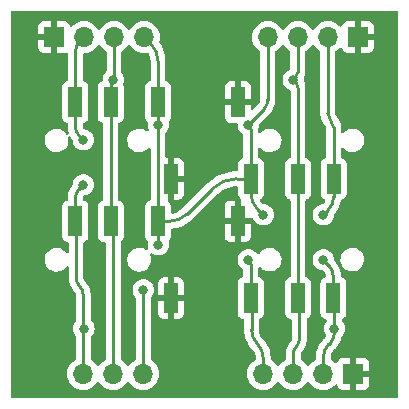
<source format=gbr>
%TF.GenerationSoftware,KiCad,Pcbnew,7.0.6*%
%TF.CreationDate,2023-11-27T13:38:28-05:00*%
%TF.ProjectId,AudioAdder,41756469-6f41-4646-9465-722e6b696361,2*%
%TF.SameCoordinates,Original*%
%TF.FileFunction,Copper,L1,Top*%
%TF.FilePolarity,Positive*%
%FSLAX46Y46*%
G04 Gerber Fmt 4.6, Leading zero omitted, Abs format (unit mm)*
G04 Created by KiCad (PCBNEW 7.0.6) date 2023-11-27 13:38:28*
%MOMM*%
%LPD*%
G01*
G04 APERTURE LIST*
%TA.AperFunction,ComponentPad*%
%ADD10R,1.700000X1.700000*%
%TD*%
%TA.AperFunction,ComponentPad*%
%ADD11O,1.700000X1.700000*%
%TD*%
%TA.AperFunction,SMDPad,CuDef*%
%ADD12R,1.200000X2.500000*%
%TD*%
%TA.AperFunction,ViaPad*%
%ADD13C,0.800000*%
%TD*%
%TA.AperFunction,Conductor*%
%ADD14C,0.250000*%
%TD*%
G04 APERTURE END LIST*
D10*
%TO.P,REF\u002A\u002A,1*%
%TO.N,Ground*%
X165490000Y-87830000D03*
D11*
%TO.P,REF\u002A\u002A,2*%
%TO.N,Microphone*%
X162950000Y-87830000D03*
%TO.P,REF\u002A\u002A,3*%
%TO.N,Right Ch.*%
X160410000Y-87830000D03*
%TO.P,REF\u002A\u002A,4*%
%TO.N,Left Ch.*%
X157870000Y-87830000D03*
%TD*%
D10*
%TO.P,REF\u002A\u002A,1*%
%TO.N,Ground*%
X165100000Y-116332000D03*
D11*
%TO.P,REF\u002A\u002A,2*%
%TO.N,Microphone*%
X162560000Y-116332000D03*
%TO.P,REF\u002A\u002A,3*%
%TO.N,Right Ch.*%
X160020000Y-116332000D03*
%TO.P,REF\u002A\u002A,4*%
%TO.N,Left Ch.*%
X157480000Y-116332000D03*
%TD*%
D12*
%TO.P,J2,R1*%
%TO.N,Right Ch.*%
X160425008Y-109915530D03*
%TO.P,J2,R2*%
%TO.N,Microphone*%
X163425008Y-109915530D03*
%TO.P,J2,S*%
%TO.N,Ground*%
X155325008Y-103415530D03*
%TO.P,J2,T*%
%TO.N,Left Ch.*%
X156425008Y-109915530D03*
%TD*%
D10*
%TO.P,Header 1,1*%
%TO.N,Ground*%
X139700000Y-116332000D03*
D11*
%TO.P,Header 1,2*%
%TO.N,Microphone*%
X142240000Y-116332000D03*
%TO.P,Header 1,3*%
%TO.N,Right Ch.*%
X144780000Y-116332000D03*
%TO.P,Header 1,4*%
%TO.N,Left Ch.*%
X147320000Y-116332000D03*
%TD*%
D12*
%TO.P,J1,R1*%
%TO.N,Right Ch.*%
X160430000Y-99820000D03*
%TO.P,J1,R2*%
%TO.N,Microphone*%
X163430000Y-99820000D03*
%TO.P,J1,S*%
%TO.N,Ground*%
X155330000Y-93320000D03*
%TO.P,J1,T*%
%TO.N,Left Ch.*%
X156430000Y-99820000D03*
%TD*%
%TO.P,J3,R1*%
%TO.N,Right Ch.*%
X144575000Y-103430000D03*
%TO.P,J3,R2*%
%TO.N,Microphone*%
X141575000Y-103430000D03*
%TO.P,J3,S*%
%TO.N,Ground*%
X149675000Y-109930000D03*
%TO.P,J3,T*%
%TO.N,Left Ch.*%
X148575000Y-103430000D03*
%TD*%
%TO.P,J4,R1*%
%TO.N,Right Ch.*%
X144570000Y-93330000D03*
%TO.P,J4,R2*%
%TO.N,Microphone*%
X141570000Y-93330000D03*
%TO.P,J4,S*%
%TO.N,Ground*%
X149670000Y-99830000D03*
%TO.P,J4,T*%
%TO.N,Left Ch.*%
X148570000Y-93330000D03*
%TD*%
D10*
%TO.P,REF\u002A\u002A,1*%
%TO.N,Ground*%
X139770000Y-87830000D03*
D11*
%TO.P,REF\u002A\u002A,2*%
%TO.N,Microphone*%
X142310000Y-87830000D03*
%TO.P,REF\u002A\u002A,3*%
%TO.N,Right Ch.*%
X144850000Y-87830000D03*
%TO.P,REF\u002A\u002A,4*%
%TO.N,Left Ch.*%
X147390000Y-87830000D03*
%TD*%
D13*
%TO.N,Right Ch.*%
X160020000Y-91440000D03*
X144780000Y-91440000D03*
%TO.N,Microphone*%
X162560000Y-106680000D03*
X142240000Y-96520000D03*
X142240000Y-100330000D03*
X142300000Y-112500000D03*
X163500000Y-112500000D03*
X162560000Y-102870000D03*
%TO.N,Left Ch.*%
X148590000Y-95250000D03*
X157480000Y-102870000D03*
X148590000Y-105410000D03*
X156210000Y-95250000D03*
X147320000Y-109220000D03*
X156210000Y-106680000D03*
%TD*%
D14*
%TO.N,Right Ch.*%
X160430000Y-92139913D02*
X160430000Y-99820000D01*
X160425008Y-109915530D02*
X160425008Y-99824992D01*
X160528000Y-109977798D02*
X160528000Y-113432789D01*
X160514000Y-109944000D02*
X160500000Y-109930000D01*
X144705000Y-103505000D02*
X144630000Y-103430000D01*
X144850000Y-91320502D02*
X144850000Y-87830000D01*
X144780000Y-91440000D02*
X144815000Y-91405000D01*
X160410000Y-90774228D02*
X160410000Y-87830000D01*
X160225000Y-91645000D02*
X160020000Y-91440000D01*
X144780000Y-103686066D02*
X144780000Y-116332000D01*
X144575000Y-93338535D02*
X144575000Y-103430000D01*
X160020000Y-114659210D02*
X160020000Y-116332000D01*
X160215000Y-91245000D02*
X160020000Y-91440000D01*
X144570000Y-93326464D02*
X144570000Y-91650000D01*
X160528000Y-109977798D02*
G75*
G03*
X160514000Y-109944000I-47800J-2D01*
G01*
X144780014Y-103686066D02*
G75*
G03*
X144705000Y-103505000I-256114J-34D01*
G01*
X144814999Y-91404999D02*
G75*
G03*
X144850000Y-91320502I-84499J84499D01*
G01*
X160273997Y-114045997D02*
G75*
G03*
X160020000Y-114659210I613203J-613203D01*
G01*
X160214992Y-91244992D02*
G75*
G03*
X160410000Y-90774228I-470792J470792D01*
G01*
X160274003Y-114046003D02*
G75*
G03*
X160528000Y-113432789I-613203J613203D01*
G01*
X144574985Y-93338535D02*
G75*
G03*
X144572500Y-93332500I-8485J35D01*
G01*
X160429994Y-92139913D02*
G75*
G03*
X160225000Y-91645000I-699894J13D01*
G01*
X144570015Y-93326464D02*
G75*
G03*
X144572500Y-93332500I8485J-36D01*
G01*
%TO.N,Microphone*%
X163425008Y-108156661D02*
X163425008Y-109915530D01*
X141570000Y-89093259D02*
X141570000Y-93330000D01*
X142240000Y-109651335D02*
X142240000Y-112397573D01*
X162950000Y-94307070D02*
X162950000Y-87830000D01*
X142240000Y-96520000D02*
X141905000Y-96185000D01*
X163195944Y-113664055D02*
X163030000Y-113830000D01*
X162560000Y-102870000D02*
X162995000Y-102435000D01*
X162560000Y-114964680D02*
X162560000Y-116332000D01*
X163500000Y-112500000D02*
X163500000Y-112930000D01*
X141575000Y-101465226D02*
X141575000Y-103430000D01*
X141907500Y-100662500D02*
X142240000Y-100330000D01*
X141570000Y-95376238D02*
X141570000Y-93330000D01*
X162992504Y-107112504D02*
X162560000Y-106680000D01*
X141630000Y-108178664D02*
X141630000Y-103430000D01*
X163430000Y-95465893D02*
X163430000Y-99820000D01*
X163430000Y-101384817D02*
X163430000Y-99820000D01*
X163500000Y-112500000D02*
X163500000Y-109930000D01*
X141940000Y-88200000D02*
X142310000Y-87830000D01*
X142240000Y-112602426D02*
X142240000Y-116332000D01*
X142270000Y-112470000D02*
X142300000Y-112500000D01*
X142300000Y-112500000D02*
X142270000Y-112530000D01*
X163430008Y-95465893D02*
G75*
G03*
X163190000Y-94886482I-819408J-7D01*
G01*
X162950018Y-94307070D02*
G75*
G03*
X163190000Y-94886482I819382J-30D01*
G01*
X141630015Y-108178664D02*
G75*
G03*
X141935000Y-108915000I1041285J-36D01*
G01*
X163030006Y-113830006D02*
G75*
G03*
X162560000Y-114964680I1134694J-1134694D01*
G01*
X142269992Y-112529992D02*
G75*
G03*
X142240000Y-112602426I72408J-72408D01*
G01*
X163195942Y-113664053D02*
G75*
G03*
X163500000Y-112930000I-734042J734053D01*
G01*
X163425021Y-108156661D02*
G75*
G03*
X162992503Y-107112505I-1476721J-39D01*
G01*
X141569985Y-95376238D02*
G75*
G03*
X141905001Y-96184999I1143815J38D01*
G01*
X141907492Y-100662492D02*
G75*
G03*
X141575000Y-101465226I802708J-802708D01*
G01*
X142240011Y-112397573D02*
G75*
G03*
X142270000Y-112470000I102389J-27D01*
G01*
X141940033Y-88200033D02*
G75*
G03*
X141570000Y-89093259I893167J-893267D01*
G01*
X142239985Y-109651335D02*
G75*
G03*
X141935000Y-108915000I-1041285J35D01*
G01*
X162994995Y-102434995D02*
G75*
G03*
X163430000Y-101384817I-1050195J1050195D01*
G01*
%TO.N,Ground*%
X149730000Y-109100000D02*
X149730000Y-109930000D01*
X155400000Y-104260000D02*
X155400000Y-103430000D01*
%TO.N,Left Ch.*%
X157480000Y-114992964D02*
X157480000Y-116332000D01*
X156430000Y-95625563D02*
X156430000Y-99820000D01*
X156500000Y-112627035D02*
X156500000Y-109930000D01*
X156430000Y-101077537D02*
X156430000Y-99820000D01*
X148575000Y-103430000D02*
X148575000Y-95275606D01*
X156210000Y-95250000D02*
X156320000Y-95360000D01*
X147980000Y-88420000D02*
X147390000Y-87830000D01*
X147320000Y-109220000D02*
X147320000Y-116332000D01*
X148575000Y-103430000D02*
X149492500Y-103430000D01*
X156210000Y-95250000D02*
X157558873Y-93901126D01*
X148590000Y-93364142D02*
X148590000Y-95250000D01*
X148570000Y-89844386D02*
X148570000Y-93315857D01*
X156425008Y-107047041D02*
X156425008Y-109915530D01*
X157870000Y-91830000D02*
X157870000Y-92710000D01*
X151058770Y-102781229D02*
X153167936Y-100672063D01*
X157870000Y-93150000D02*
X157870000Y-92710000D01*
X148582500Y-95257500D02*
X148590000Y-95250000D01*
X156210000Y-106680000D02*
X156317504Y-106787504D01*
X156955000Y-102345000D02*
X157480000Y-102870000D01*
X148575000Y-103430000D02*
X148575000Y-105395000D01*
X157870000Y-91830000D02*
X157870000Y-87830000D01*
X155225000Y-99820000D02*
X156430000Y-99820000D01*
X156499986Y-112627035D02*
G75*
G03*
X156990000Y-113810000I1673014J35D01*
G01*
X148570005Y-89844386D02*
G75*
G03*
X147979999Y-88420001I-2014405J-14D01*
G01*
X157558883Y-93901136D02*
G75*
G03*
X157870000Y-93150000I-751183J751136D01*
G01*
X156424988Y-107047041D02*
G75*
G03*
X156317504Y-106787504I-366988J41D01*
G01*
X157480014Y-114992964D02*
G75*
G03*
X156990000Y-113810000I-1673014J-36D01*
G01*
X155225000Y-99819992D02*
G75*
G03*
X153167937Y-100672064I0J-2909108D01*
G01*
X148582498Y-95257498D02*
G75*
G03*
X148575000Y-95275606I18102J-18102D01*
G01*
X148570018Y-93315857D02*
G75*
G03*
X148580000Y-93340000I34082J-43D01*
G01*
X149492500Y-103429981D02*
G75*
G03*
X151058769Y-102781228I0J2215081D01*
G01*
X156429985Y-101077537D02*
G75*
G03*
X156955000Y-102345000I1792515J37D01*
G01*
X148589982Y-93364142D02*
G75*
G03*
X148580000Y-93340000I-34082J42D01*
G01*
X156430015Y-95625563D02*
G75*
G03*
X156320000Y-95360000I-375615J-37D01*
G01*
%TD*%
%TA.AperFunction,Conductor*%
%TO.N,Ground*%
G36*
X168853039Y-85617685D02*
G01*
X168898794Y-85670489D01*
X168910000Y-85722000D01*
X168910000Y-118240000D01*
X168890315Y-118307039D01*
X168837511Y-118352794D01*
X168786000Y-118364000D01*
X136268000Y-118364000D01*
X136200961Y-118344315D01*
X136155206Y-118291511D01*
X136144000Y-118240000D01*
X136144000Y-88727844D01*
X138420000Y-88727844D01*
X138426401Y-88787372D01*
X138426403Y-88787379D01*
X138476645Y-88922086D01*
X138476649Y-88922093D01*
X138562809Y-89037187D01*
X138562812Y-89037190D01*
X138677906Y-89123350D01*
X138677913Y-89123354D01*
X138812620Y-89173596D01*
X138812627Y-89173598D01*
X138872155Y-89179999D01*
X138872172Y-89180000D01*
X139520000Y-89180000D01*
X139520000Y-88265501D01*
X139627685Y-88314680D01*
X139734237Y-88330000D01*
X139805763Y-88330000D01*
X139912315Y-88314680D01*
X140020000Y-88265501D01*
X140020000Y-89180000D01*
X140667828Y-89180000D01*
X140667844Y-89179999D01*
X140727372Y-89173598D01*
X140727376Y-89173597D01*
X140777166Y-89155027D01*
X140846858Y-89150043D01*
X140908181Y-89183528D01*
X140941666Y-89244851D01*
X140944500Y-89271209D01*
X140944500Y-91469235D01*
X140924815Y-91536274D01*
X140872011Y-91582029D01*
X140863834Y-91585417D01*
X140727669Y-91636203D01*
X140727664Y-91636206D01*
X140612455Y-91722452D01*
X140612452Y-91722455D01*
X140526206Y-91837664D01*
X140526202Y-91837671D01*
X140475908Y-91972517D01*
X140470572Y-92022155D01*
X140469501Y-92032123D01*
X140469500Y-92032135D01*
X140469500Y-94627870D01*
X140469501Y-94627876D01*
X140475908Y-94687483D01*
X140526202Y-94822328D01*
X140526206Y-94822335D01*
X140612452Y-94937544D01*
X140612455Y-94937547D01*
X140727664Y-95023793D01*
X140727671Y-95023797D01*
X140863833Y-95074582D01*
X140919767Y-95116453D01*
X140944184Y-95181917D01*
X140944500Y-95190764D01*
X140944500Y-95296759D01*
X140944498Y-95296797D01*
X140944498Y-95324884D01*
X140944483Y-95324935D01*
X140944488Y-95492220D01*
X140974767Y-95722163D01*
X141031048Y-95932185D01*
X141029387Y-96002034D01*
X140990226Y-96059898D01*
X140925998Y-96087404D01*
X140857096Y-96075819D01*
X140806043Y-96029873D01*
X140765252Y-95964429D01*
X140625059Y-95816947D01*
X140508542Y-95735849D01*
X140458050Y-95700705D01*
X140271056Y-95620459D01*
X140071741Y-95579500D01*
X139919258Y-95579500D01*
X139919257Y-95579500D01*
X139767560Y-95594925D01*
X139573420Y-95655837D01*
X139573405Y-95655844D01*
X139395500Y-95754589D01*
X139395495Y-95754592D01*
X139241106Y-95887132D01*
X139241104Y-95887134D01*
X139116554Y-96048037D01*
X139116553Y-96048040D01*
X139026940Y-96230728D01*
X138975937Y-96427714D01*
X138965631Y-96630936D01*
X138996442Y-96832063D01*
X138996445Y-96832075D01*
X139067111Y-97022881D01*
X139067115Y-97022888D01*
X139174745Y-97195567D01*
X139174747Y-97195569D01*
X139174748Y-97195571D01*
X139314941Y-97343053D01*
X139426213Y-97420500D01*
X139481949Y-97459294D01*
X139481950Y-97459294D01*
X139481951Y-97459295D01*
X139668942Y-97539540D01*
X139868259Y-97580500D01*
X140020743Y-97580500D01*
X140172439Y-97565074D01*
X140366579Y-97504162D01*
X140366580Y-97504161D01*
X140366588Y-97504159D01*
X140544502Y-97405409D01*
X140698895Y-97272866D01*
X140823448Y-97111958D01*
X140913060Y-96929271D01*
X140964063Y-96732285D01*
X140974369Y-96529064D01*
X140943556Y-96327929D01*
X140943555Y-96327927D01*
X140943519Y-96327689D01*
X140952825Y-96258442D01*
X140998091Y-96205219D01*
X141064946Y-96184917D01*
X141132164Y-96203983D01*
X141173475Y-96246911D01*
X141239517Y-96361296D01*
X141239519Y-96361300D01*
X141309003Y-96451851D01*
X141333949Y-96514376D01*
X141334540Y-96519999D01*
X141334540Y-96520000D01*
X141354326Y-96708256D01*
X141354327Y-96708259D01*
X141412818Y-96888277D01*
X141412821Y-96888284D01*
X141507467Y-97052216D01*
X141561260Y-97111959D01*
X141634129Y-97192888D01*
X141787265Y-97304148D01*
X141787270Y-97304151D01*
X141960192Y-97381142D01*
X141960197Y-97381144D01*
X142145354Y-97420500D01*
X142145355Y-97420500D01*
X142334644Y-97420500D01*
X142334646Y-97420500D01*
X142519803Y-97381144D01*
X142692730Y-97304151D01*
X142845871Y-97192888D01*
X142972533Y-97052216D01*
X143067179Y-96888284D01*
X143125674Y-96708256D01*
X143145460Y-96520000D01*
X143125674Y-96331744D01*
X143067179Y-96151716D01*
X142972533Y-95987784D01*
X142845871Y-95847112D01*
X142845870Y-95847111D01*
X142692734Y-95735851D01*
X142692729Y-95735848D01*
X142519807Y-95658857D01*
X142519802Y-95658855D01*
X142334644Y-95619499D01*
X142328178Y-95618820D01*
X142328478Y-95615958D01*
X142273501Y-95599815D01*
X142227746Y-95547011D01*
X142221881Y-95531500D01*
X142208993Y-95489020D01*
X142204250Y-95465182D01*
X142199376Y-95415711D01*
X142195799Y-95379397D01*
X142195500Y-95373315D01*
X142195500Y-95190764D01*
X142215185Y-95123725D01*
X142267989Y-95077970D01*
X142276167Y-95074582D01*
X142411521Y-95024098D01*
X142412331Y-95023796D01*
X142527546Y-94937546D01*
X142613796Y-94822331D01*
X142664091Y-94687483D01*
X142670500Y-94627873D01*
X142670499Y-92032128D01*
X142664091Y-91972517D01*
X142660402Y-91962627D01*
X142613797Y-91837671D01*
X142613793Y-91837664D01*
X142527547Y-91722455D01*
X142527544Y-91722452D01*
X142412335Y-91636206D01*
X142412330Y-91636203D01*
X142276166Y-91585417D01*
X142220233Y-91543545D01*
X142195816Y-91478081D01*
X142195500Y-91469235D01*
X142195500Y-89309301D01*
X142215185Y-89242262D01*
X142267989Y-89196507D01*
X142308693Y-89185773D01*
X142309997Y-89185658D01*
X142310000Y-89185659D01*
X142545408Y-89165063D01*
X142773663Y-89103903D01*
X142987830Y-89004035D01*
X143181401Y-88868495D01*
X143348495Y-88701401D01*
X143478424Y-88515842D01*
X143533002Y-88472217D01*
X143602500Y-88465023D01*
X143664855Y-88496546D01*
X143681575Y-88515842D01*
X143811500Y-88701395D01*
X143811505Y-88701401D01*
X143978599Y-88868495D01*
X144171624Y-89003653D01*
X144215248Y-89058228D01*
X144224500Y-89105226D01*
X144224500Y-90667334D01*
X144204815Y-90734373D01*
X144178487Y-90762251D01*
X144178953Y-90762769D01*
X144174123Y-90767116D01*
X144047466Y-90907785D01*
X143952821Y-91071715D01*
X143952818Y-91071722D01*
X143894327Y-91251740D01*
X143894326Y-91251744D01*
X143882883Y-91360620D01*
X143874540Y-91440000D01*
X143878799Y-91480527D01*
X143866229Y-91549257D01*
X143818496Y-91600280D01*
X143798811Y-91609669D01*
X143727671Y-91636202D01*
X143727664Y-91636206D01*
X143612455Y-91722452D01*
X143612452Y-91722455D01*
X143526206Y-91837664D01*
X143526202Y-91837671D01*
X143475908Y-91972517D01*
X143470572Y-92022155D01*
X143469501Y-92032123D01*
X143469500Y-92032135D01*
X143469500Y-94627870D01*
X143469501Y-94627876D01*
X143475908Y-94687483D01*
X143526202Y-94822328D01*
X143526206Y-94822335D01*
X143612452Y-94937544D01*
X143612455Y-94937547D01*
X143727664Y-95023793D01*
X143727673Y-95023798D01*
X143811431Y-95055037D01*
X143862517Y-95074091D01*
X143862518Y-95074091D01*
X143868832Y-95076446D01*
X143924766Y-95118316D01*
X143949184Y-95183781D01*
X143949500Y-95192628D01*
X143949500Y-101569235D01*
X143929815Y-101636274D01*
X143877011Y-101682029D01*
X143868834Y-101685417D01*
X143732669Y-101736203D01*
X143732664Y-101736206D01*
X143617455Y-101822452D01*
X143617452Y-101822455D01*
X143531206Y-101937664D01*
X143531202Y-101937671D01*
X143480908Y-102072517D01*
X143474501Y-102132116D01*
X143474501Y-102132123D01*
X143474500Y-102132135D01*
X143474500Y-104727870D01*
X143474501Y-104727876D01*
X143480908Y-104787483D01*
X143531202Y-104922328D01*
X143531206Y-104922335D01*
X143617452Y-105037544D01*
X143617455Y-105037547D01*
X143732664Y-105123793D01*
X143732671Y-105123797D01*
X143744498Y-105128208D01*
X143867517Y-105174091D01*
X143927127Y-105180500D01*
X144030500Y-105180499D01*
X144097538Y-105200183D01*
X144143294Y-105252986D01*
X144154500Y-105304499D01*
X144154500Y-115056773D01*
X144134815Y-115123812D01*
X144101623Y-115158348D01*
X143908597Y-115293505D01*
X143741505Y-115460597D01*
X143611575Y-115646158D01*
X143556998Y-115689783D01*
X143487500Y-115696977D01*
X143425145Y-115665454D01*
X143408425Y-115646158D01*
X143278494Y-115460597D01*
X143111402Y-115293506D01*
X143111401Y-115293505D01*
X142918376Y-115158347D01*
X142874751Y-115103770D01*
X142865500Y-115056772D01*
X142865500Y-113264446D01*
X142885185Y-113197407D01*
X142901747Y-113177921D01*
X142901522Y-113177718D01*
X142910573Y-113167666D01*
X143032533Y-113032216D01*
X143127179Y-112868284D01*
X143185674Y-112688256D01*
X143205460Y-112500000D01*
X143185674Y-112311744D01*
X143127179Y-112131716D01*
X143032533Y-111967784D01*
X142905871Y-111827112D01*
X142901523Y-111822283D01*
X142902592Y-111821319D01*
X142869877Y-111768207D01*
X142865500Y-111735553D01*
X142865500Y-109610266D01*
X142865486Y-109609822D01*
X142865488Y-109542105D01*
X142836974Y-109325470D01*
X142780426Y-109114411D01*
X142696812Y-108912539D01*
X142587562Y-108723309D01*
X142587560Y-108723306D01*
X142587556Y-108723300D01*
X142506494Y-108617658D01*
X142454547Y-108549958D01*
X142454544Y-108549955D01*
X142454540Y-108549950D01*
X142435348Y-108530758D01*
X142435341Y-108530750D01*
X142431000Y-108526409D01*
X142379451Y-108474861D01*
X142375373Y-108470361D01*
X142333330Y-108419131D01*
X142319825Y-108398918D01*
X142292919Y-108348578D01*
X142283617Y-108326120D01*
X142267047Y-108271492D01*
X142262305Y-108247649D01*
X142261222Y-108236649D01*
X142255797Y-108181550D01*
X142255500Y-108175488D01*
X142255500Y-108166213D01*
X142255503Y-108102736D01*
X142255501Y-108102731D01*
X142255502Y-108099156D01*
X142255500Y-108099105D01*
X142255500Y-105270250D01*
X142275185Y-105203211D01*
X142327989Y-105157456D01*
X142336168Y-105154068D01*
X142417326Y-105123798D01*
X142417326Y-105123797D01*
X142417331Y-105123796D01*
X142532546Y-105037546D01*
X142618796Y-104922331D01*
X142669091Y-104787483D01*
X142675500Y-104727873D01*
X142675499Y-102132128D01*
X142669091Y-102072517D01*
X142663732Y-102058150D01*
X142618797Y-101937671D01*
X142618793Y-101937664D01*
X142532547Y-101822455D01*
X142532544Y-101822452D01*
X142417335Y-101736206D01*
X142417330Y-101736203D01*
X142281166Y-101685417D01*
X142225233Y-101643545D01*
X142200816Y-101578081D01*
X142200500Y-101569235D01*
X142200500Y-101544922D01*
X142200501Y-101544891D01*
X142200500Y-101541165D01*
X142200502Y-101541161D01*
X142200500Y-101468256D01*
X142200799Y-101462177D01*
X142209095Y-101377925D01*
X142213835Y-101354087D01*
X142224699Y-101318271D01*
X142262996Y-101259834D01*
X142326807Y-101231377D01*
X142330395Y-101230947D01*
X142334643Y-101230500D01*
X142334646Y-101230500D01*
X142519803Y-101191144D01*
X142692730Y-101114151D01*
X142845871Y-101002888D01*
X142972533Y-100862216D01*
X143067179Y-100698284D01*
X143125674Y-100518256D01*
X143145460Y-100330000D01*
X143125674Y-100141744D01*
X143067179Y-99961716D01*
X142972533Y-99797784D01*
X142845871Y-99657112D01*
X142845870Y-99657111D01*
X142692734Y-99545851D01*
X142692729Y-99545848D01*
X142519807Y-99468857D01*
X142519802Y-99468855D01*
X142374001Y-99437865D01*
X142334646Y-99429500D01*
X142145354Y-99429500D01*
X142112897Y-99436398D01*
X141960197Y-99468855D01*
X141960192Y-99468857D01*
X141787270Y-99545848D01*
X141787265Y-99545851D01*
X141634129Y-99657111D01*
X141507466Y-99797785D01*
X141412821Y-99961715D01*
X141412818Y-99961722D01*
X141365620Y-100106984D01*
X141354326Y-100141744D01*
X141334540Y-100330000D01*
X141333861Y-100336463D01*
X141330865Y-100336148D01*
X141314855Y-100390674D01*
X141308917Y-100399120D01*
X141243089Y-100484910D01*
X141243075Y-100484931D01*
X141127687Y-100684792D01*
X141127679Y-100684808D01*
X141039352Y-100898054D01*
X140979619Y-101120997D01*
X140979618Y-101121001D01*
X140949498Y-101349822D01*
X140949497Y-101349842D01*
X140949500Y-101448119D01*
X140949500Y-101569235D01*
X140929815Y-101636274D01*
X140877011Y-101682029D01*
X140868834Y-101685417D01*
X140732669Y-101736203D01*
X140732664Y-101736206D01*
X140617455Y-101822452D01*
X140617452Y-101822455D01*
X140531206Y-101937664D01*
X140531202Y-101937671D01*
X140480908Y-102072517D01*
X140474501Y-102132116D01*
X140474501Y-102132123D01*
X140474500Y-102132135D01*
X140474500Y-104727870D01*
X140474501Y-104727876D01*
X140480908Y-104787483D01*
X140531202Y-104922328D01*
X140531206Y-104922335D01*
X140617452Y-105037544D01*
X140617455Y-105037547D01*
X140732664Y-105123793D01*
X140732671Y-105123797D01*
X140744498Y-105128208D01*
X140867517Y-105174091D01*
X140893758Y-105176912D01*
X140958306Y-105203649D01*
X140998154Y-105261041D01*
X141004500Y-105300201D01*
X141004500Y-106006884D01*
X140984815Y-106073923D01*
X140932011Y-106119678D01*
X140862853Y-106129622D01*
X140799297Y-106100597D01*
X140775269Y-106072477D01*
X140770254Y-106064432D01*
X140770250Y-106064427D01*
X140630061Y-105916949D01*
X140630060Y-105916948D01*
X140630059Y-105916947D01*
X140489129Y-105818857D01*
X140463050Y-105800705D01*
X140276056Y-105720459D01*
X140076741Y-105679500D01*
X139924258Y-105679500D01*
X139924257Y-105679500D01*
X139772560Y-105694925D01*
X139578420Y-105755837D01*
X139578405Y-105755844D01*
X139400500Y-105854589D01*
X139400495Y-105854592D01*
X139246106Y-105987132D01*
X139246104Y-105987134D01*
X139121554Y-106148037D01*
X139121553Y-106148040D01*
X139031940Y-106330728D01*
X138980937Y-106527714D01*
X138970631Y-106730936D01*
X139001442Y-106932063D01*
X139001445Y-106932075D01*
X139072111Y-107122881D01*
X139072113Y-107122884D01*
X139072114Y-107122887D01*
X139118005Y-107196513D01*
X139179745Y-107295567D01*
X139179749Y-107295572D01*
X139281828Y-107402959D01*
X139319941Y-107443053D01*
X139420480Y-107513030D01*
X139486949Y-107559294D01*
X139486950Y-107559294D01*
X139486951Y-107559295D01*
X139673942Y-107639540D01*
X139873259Y-107680500D01*
X140025743Y-107680500D01*
X140177439Y-107665074D01*
X140371579Y-107604162D01*
X140371580Y-107604161D01*
X140371588Y-107604159D01*
X140549502Y-107505409D01*
X140703895Y-107372866D01*
X140782443Y-107271390D01*
X140839045Y-107230426D01*
X140908808Y-107226566D01*
X140969584Y-107261035D01*
X141002075Y-107322890D01*
X141004500Y-107347291D01*
X141004500Y-108219746D01*
X141004512Y-108220184D01*
X141004511Y-108287889D01*
X141033025Y-108504526D01*
X141033026Y-108504529D01*
X141089574Y-108715588D01*
X141145960Y-108851722D01*
X141173190Y-108917465D01*
X141282436Y-109106688D01*
X141282443Y-109106699D01*
X141415455Y-109280044D01*
X141415457Y-109280047D01*
X141425900Y-109290489D01*
X141436350Y-109300939D01*
X141436365Y-109300956D01*
X141490537Y-109355127D01*
X141494626Y-109359638D01*
X141536667Y-109410865D01*
X141550174Y-109431079D01*
X141577082Y-109481423D01*
X141586384Y-109503882D01*
X141602953Y-109558508D01*
X141607694Y-109582350D01*
X141614201Y-109648430D01*
X141614499Y-109654509D01*
X141614498Y-109730992D01*
X141614500Y-109731024D01*
X141614500Y-111867949D01*
X141594815Y-111934988D01*
X141582651Y-111950920D01*
X141567468Y-111967782D01*
X141567464Y-111967787D01*
X141472821Y-112131715D01*
X141472818Y-112131722D01*
X141414327Y-112311740D01*
X141414326Y-112311744D01*
X141394540Y-112500000D01*
X141414326Y-112688256D01*
X141414327Y-112688259D01*
X141472818Y-112868277D01*
X141472821Y-112868284D01*
X141567467Y-113032216D01*
X141582649Y-113049077D01*
X141612879Y-113112068D01*
X141614500Y-113132050D01*
X141614500Y-115056773D01*
X141594815Y-115123812D01*
X141561623Y-115158348D01*
X141368597Y-115293505D01*
X141201505Y-115460597D01*
X141065965Y-115654169D01*
X141065964Y-115654171D01*
X140966098Y-115868335D01*
X140966094Y-115868344D01*
X140904938Y-116096586D01*
X140904936Y-116096596D01*
X140884341Y-116331999D01*
X140884341Y-116332000D01*
X140904936Y-116567403D01*
X140904938Y-116567413D01*
X140966094Y-116795655D01*
X140966096Y-116795659D01*
X140966097Y-116795663D01*
X141046004Y-116967023D01*
X141065965Y-117009830D01*
X141065967Y-117009834D01*
X141174281Y-117164521D01*
X141201505Y-117203401D01*
X141368599Y-117370495D01*
X141445135Y-117424086D01*
X141562165Y-117506032D01*
X141562167Y-117506033D01*
X141562170Y-117506035D01*
X141776337Y-117605903D01*
X142004592Y-117667063D01*
X142175319Y-117682000D01*
X142239999Y-117687659D01*
X142240000Y-117687659D01*
X142240001Y-117687659D01*
X142304681Y-117682000D01*
X142475408Y-117667063D01*
X142703663Y-117605903D01*
X142917830Y-117506035D01*
X143111401Y-117370495D01*
X143278495Y-117203401D01*
X143408424Y-117017842D01*
X143463002Y-116974217D01*
X143532500Y-116967023D01*
X143594855Y-116998546D01*
X143611575Y-117017842D01*
X143741500Y-117203395D01*
X143741505Y-117203401D01*
X143908599Y-117370495D01*
X143985135Y-117424086D01*
X144102165Y-117506032D01*
X144102167Y-117506033D01*
X144102170Y-117506035D01*
X144316337Y-117605903D01*
X144544592Y-117667063D01*
X144715319Y-117682000D01*
X144779999Y-117687659D01*
X144780000Y-117687659D01*
X144780001Y-117687659D01*
X144844681Y-117682000D01*
X145015408Y-117667063D01*
X145243663Y-117605903D01*
X145457830Y-117506035D01*
X145651401Y-117370495D01*
X145818495Y-117203401D01*
X145948424Y-117017842D01*
X146003002Y-116974217D01*
X146072500Y-116967023D01*
X146134855Y-116998546D01*
X146151575Y-117017842D01*
X146281500Y-117203395D01*
X146281505Y-117203401D01*
X146448599Y-117370495D01*
X146525135Y-117424086D01*
X146642165Y-117506032D01*
X146642167Y-117506033D01*
X146642170Y-117506035D01*
X146856337Y-117605903D01*
X147084592Y-117667063D01*
X147255319Y-117682000D01*
X147319999Y-117687659D01*
X147320000Y-117687659D01*
X147320001Y-117687659D01*
X147384681Y-117682000D01*
X147555408Y-117667063D01*
X147783663Y-117605903D01*
X147997830Y-117506035D01*
X148191401Y-117370495D01*
X148358495Y-117203401D01*
X148494035Y-117009830D01*
X148593903Y-116795663D01*
X148655063Y-116567408D01*
X148675659Y-116332000D01*
X148655063Y-116096592D01*
X148593903Y-115868337D01*
X148494035Y-115654171D01*
X148488425Y-115646158D01*
X148358494Y-115460597D01*
X148191402Y-115293506D01*
X148191401Y-115293505D01*
X147998376Y-115158347D01*
X147954751Y-115103770D01*
X147945500Y-115056772D01*
X147945500Y-110180000D01*
X148575000Y-110180000D01*
X148575000Y-111227844D01*
X148581401Y-111287372D01*
X148581403Y-111287379D01*
X148631645Y-111422086D01*
X148631649Y-111422093D01*
X148717809Y-111537187D01*
X148717812Y-111537190D01*
X148832906Y-111623350D01*
X148832913Y-111623354D01*
X148967620Y-111673596D01*
X148967627Y-111673598D01*
X149027155Y-111679999D01*
X149027172Y-111680000D01*
X149425000Y-111680000D01*
X149425000Y-110180000D01*
X149925000Y-110180000D01*
X149925000Y-111680000D01*
X150322828Y-111680000D01*
X150322844Y-111679999D01*
X150382372Y-111673598D01*
X150382379Y-111673596D01*
X150517086Y-111623354D01*
X150517093Y-111623350D01*
X150632187Y-111537190D01*
X150632190Y-111537187D01*
X150718350Y-111422093D01*
X150718354Y-111422086D01*
X150768596Y-111287379D01*
X150768598Y-111287372D01*
X150774999Y-111227844D01*
X150775000Y-111227827D01*
X150775000Y-110180000D01*
X149925000Y-110180000D01*
X149425000Y-110180000D01*
X148575000Y-110180000D01*
X147945500Y-110180000D01*
X147945500Y-109918687D01*
X147965185Y-109851648D01*
X147977350Y-109835715D01*
X147995891Y-109815122D01*
X148052533Y-109752216D01*
X148094227Y-109680000D01*
X148575000Y-109680000D01*
X149425000Y-109680000D01*
X149425000Y-108180000D01*
X149925000Y-108180000D01*
X149925000Y-109680000D01*
X150775000Y-109680000D01*
X150775000Y-108632172D01*
X150774999Y-108632155D01*
X150768598Y-108572627D01*
X150768596Y-108572620D01*
X150718354Y-108437913D01*
X150718350Y-108437906D01*
X150632190Y-108322812D01*
X150632187Y-108322809D01*
X150517093Y-108236649D01*
X150517086Y-108236645D01*
X150382379Y-108186403D01*
X150382372Y-108186401D01*
X150322844Y-108180000D01*
X149925000Y-108180000D01*
X149425000Y-108180000D01*
X149027155Y-108180000D01*
X148967627Y-108186401D01*
X148967620Y-108186403D01*
X148832913Y-108236645D01*
X148832906Y-108236649D01*
X148717812Y-108322809D01*
X148717809Y-108322812D01*
X148631649Y-108437906D01*
X148631645Y-108437913D01*
X148581403Y-108572620D01*
X148581401Y-108572627D01*
X148575000Y-108632155D01*
X148575000Y-109680000D01*
X148094227Y-109680000D01*
X148147179Y-109588284D01*
X148205674Y-109408256D01*
X148225460Y-109220000D01*
X148205674Y-109031744D01*
X148147179Y-108851716D01*
X148052533Y-108687784D01*
X147925871Y-108547112D01*
X147903351Y-108530750D01*
X147772734Y-108435851D01*
X147772729Y-108435848D01*
X147599807Y-108358857D01*
X147599802Y-108358855D01*
X147445791Y-108326120D01*
X147414646Y-108319500D01*
X147225354Y-108319500D01*
X147194209Y-108326120D01*
X147040197Y-108358855D01*
X147040192Y-108358857D01*
X146867270Y-108435848D01*
X146867265Y-108435851D01*
X146714129Y-108547111D01*
X146587466Y-108687785D01*
X146492821Y-108851715D01*
X146492818Y-108851722D01*
X146434327Y-109031740D01*
X146434326Y-109031744D01*
X146414540Y-109220000D01*
X146434326Y-109408256D01*
X146434327Y-109408259D01*
X146492818Y-109588277D01*
X146492821Y-109588284D01*
X146587467Y-109752216D01*
X146630772Y-109800310D01*
X146662650Y-109835715D01*
X146692880Y-109898706D01*
X146694500Y-109918687D01*
X146694500Y-115056773D01*
X146674815Y-115123812D01*
X146641623Y-115158348D01*
X146448597Y-115293505D01*
X146281505Y-115460597D01*
X146151575Y-115646158D01*
X146096998Y-115689783D01*
X146027500Y-115696977D01*
X145965145Y-115665454D01*
X145948425Y-115646158D01*
X145818494Y-115460597D01*
X145651402Y-115293506D01*
X145651401Y-115293505D01*
X145458376Y-115158347D01*
X145414751Y-115103770D01*
X145405500Y-115056772D01*
X145405500Y-105194722D01*
X145425185Y-105127683D01*
X145455187Y-105095456D01*
X145532546Y-105037546D01*
X145618796Y-104922331D01*
X145669091Y-104787483D01*
X145675500Y-104727873D01*
X145675499Y-102132128D01*
X145669091Y-102072517D01*
X145663732Y-102058150D01*
X145618797Y-101937671D01*
X145618793Y-101937664D01*
X145532547Y-101822455D01*
X145532544Y-101822452D01*
X145417335Y-101736206D01*
X145417330Y-101736203D01*
X145281166Y-101685417D01*
X145225233Y-101643545D01*
X145200816Y-101578081D01*
X145200500Y-101569235D01*
X145200500Y-95188899D01*
X145220185Y-95121860D01*
X145272989Y-95076105D01*
X145281167Y-95072717D01*
X145411521Y-95024098D01*
X145412331Y-95023796D01*
X145527546Y-94937546D01*
X145613796Y-94822331D01*
X145664091Y-94687483D01*
X145670500Y-94627873D01*
X145670499Y-92032128D01*
X145664091Y-91972517D01*
X145660402Y-91962627D01*
X145620270Y-91855027D01*
X145615286Y-91785336D01*
X145618517Y-91773387D01*
X145665674Y-91628256D01*
X145685460Y-91440000D01*
X145665674Y-91251744D01*
X145607179Y-91071716D01*
X145512533Y-90907784D01*
X145512532Y-90907782D01*
X145512527Y-90907776D01*
X145507348Y-90902024D01*
X145477120Y-90839032D01*
X145475500Y-90819055D01*
X145475500Y-89105226D01*
X145495185Y-89038187D01*
X145528374Y-89003654D01*
X145721401Y-88868495D01*
X145888495Y-88701401D01*
X146018424Y-88515842D01*
X146073002Y-88472217D01*
X146142500Y-88465023D01*
X146204855Y-88496546D01*
X146221575Y-88515842D01*
X146351500Y-88701395D01*
X146351505Y-88701401D01*
X146518599Y-88868495D01*
X146595135Y-88922086D01*
X146712165Y-89004032D01*
X146712167Y-89004033D01*
X146712170Y-89004035D01*
X146926337Y-89103903D01*
X146926343Y-89103904D01*
X146926344Y-89103905D01*
X146958108Y-89112416D01*
X147154592Y-89165063D01*
X147325319Y-89180000D01*
X147389999Y-89185659D01*
X147390000Y-89185659D01*
X147390001Y-89185659D01*
X147454681Y-89180000D01*
X147625408Y-89165063D01*
X147651188Y-89158155D01*
X147721035Y-89159816D01*
X147778899Y-89198977D01*
X147794494Y-89223085D01*
X147836979Y-89309237D01*
X147840086Y-89316737D01*
X147895870Y-89481067D01*
X147897971Y-89488909D01*
X147931828Y-89659115D01*
X147932888Y-89667164D01*
X147944367Y-89842279D01*
X147944500Y-89846336D01*
X147944500Y-91469235D01*
X147924815Y-91536274D01*
X147872011Y-91582029D01*
X147863834Y-91585417D01*
X147727669Y-91636203D01*
X147727664Y-91636206D01*
X147612455Y-91722452D01*
X147612452Y-91722455D01*
X147526206Y-91837664D01*
X147526202Y-91837671D01*
X147475908Y-91972517D01*
X147470572Y-92022155D01*
X147469501Y-92032123D01*
X147469500Y-92032135D01*
X147469500Y-94627870D01*
X147469501Y-94627876D01*
X147475908Y-94687483D01*
X147526202Y-94822328D01*
X147526206Y-94822335D01*
X147612452Y-94937544D01*
X147612455Y-94937547D01*
X147653355Y-94968165D01*
X147695226Y-95024098D01*
X147702365Y-95080391D01*
X147690254Y-95195629D01*
X147684540Y-95250000D01*
X147704326Y-95438256D01*
X147704327Y-95438259D01*
X147762818Y-95618277D01*
X147762821Y-95618284D01*
X147769315Y-95629532D01*
X147785785Y-95697433D01*
X147762931Y-95763459D01*
X147708009Y-95806648D01*
X147638455Y-95813288D01*
X147591091Y-95793305D01*
X147458049Y-95700705D01*
X147450424Y-95697433D01*
X147271056Y-95620459D01*
X147071741Y-95579500D01*
X146919258Y-95579500D01*
X146919257Y-95579500D01*
X146767560Y-95594925D01*
X146573420Y-95655837D01*
X146573405Y-95655844D01*
X146395500Y-95754589D01*
X146395495Y-95754592D01*
X146241106Y-95887132D01*
X146241104Y-95887134D01*
X146116554Y-96048037D01*
X146116553Y-96048040D01*
X146026940Y-96230728D01*
X145975937Y-96427714D01*
X145965631Y-96630936D01*
X145996442Y-96832063D01*
X145996445Y-96832075D01*
X146067111Y-97022881D01*
X146067115Y-97022888D01*
X146174745Y-97195567D01*
X146174747Y-97195569D01*
X146174748Y-97195571D01*
X146314941Y-97343053D01*
X146426213Y-97420500D01*
X146481949Y-97459294D01*
X146481950Y-97459294D01*
X146481951Y-97459295D01*
X146668942Y-97539540D01*
X146868259Y-97580500D01*
X147020743Y-97580500D01*
X147172439Y-97565074D01*
X147366579Y-97504162D01*
X147366580Y-97504161D01*
X147366588Y-97504159D01*
X147544502Y-97405409D01*
X147698895Y-97272866D01*
X147727444Y-97235983D01*
X147784045Y-97195020D01*
X147853808Y-97191159D01*
X147914583Y-97225628D01*
X147947075Y-97287483D01*
X147949500Y-97311885D01*
X147949500Y-101569235D01*
X147929815Y-101636274D01*
X147877011Y-101682029D01*
X147868834Y-101685417D01*
X147732669Y-101736203D01*
X147732664Y-101736206D01*
X147617455Y-101822452D01*
X147617452Y-101822455D01*
X147531206Y-101937664D01*
X147531202Y-101937671D01*
X147480908Y-102072517D01*
X147474501Y-102132116D01*
X147474501Y-102132123D01*
X147474500Y-102132135D01*
X147474500Y-104727870D01*
X147474501Y-104727876D01*
X147480908Y-104787483D01*
X147531202Y-104922328D01*
X147531206Y-104922335D01*
X147617452Y-105037544D01*
X147617453Y-105037545D01*
X147617454Y-105037546D01*
X147664425Y-105072709D01*
X147706297Y-105128641D01*
X147711281Y-105198333D01*
X147708047Y-105210289D01*
X147704327Y-105221737D01*
X147704327Y-105221738D01*
X147704327Y-105221740D01*
X147704326Y-105221744D01*
X147684540Y-105410000D01*
X147704326Y-105598256D01*
X147704327Y-105598259D01*
X147745853Y-105726063D01*
X147747848Y-105795904D01*
X147711768Y-105855737D01*
X147649067Y-105886565D01*
X147579652Y-105878600D01*
X147557085Y-105866156D01*
X147540466Y-105854589D01*
X147489129Y-105818857D01*
X147463050Y-105800705D01*
X147276056Y-105720459D01*
X147076741Y-105679500D01*
X146924258Y-105679500D01*
X146924257Y-105679500D01*
X146772560Y-105694925D01*
X146578420Y-105755837D01*
X146578405Y-105755844D01*
X146400500Y-105854589D01*
X146400495Y-105854592D01*
X146246106Y-105987132D01*
X146246104Y-105987134D01*
X146121554Y-106148037D01*
X146121553Y-106148040D01*
X146031940Y-106330728D01*
X145980937Y-106527714D01*
X145970631Y-106730936D01*
X146001442Y-106932063D01*
X146001445Y-106932075D01*
X146072111Y-107122881D01*
X146072113Y-107122884D01*
X146072114Y-107122887D01*
X146118005Y-107196513D01*
X146179745Y-107295567D01*
X146179749Y-107295572D01*
X146281828Y-107402959D01*
X146319941Y-107443053D01*
X146420480Y-107513030D01*
X146486949Y-107559294D01*
X146486950Y-107559294D01*
X146486951Y-107559295D01*
X146673942Y-107639540D01*
X146873259Y-107680500D01*
X147025743Y-107680500D01*
X147177439Y-107665074D01*
X147371579Y-107604162D01*
X147371580Y-107604161D01*
X147371588Y-107604159D01*
X147549502Y-107505409D01*
X147703895Y-107372866D01*
X147828448Y-107211958D01*
X147918060Y-107029271D01*
X147969063Y-106832285D01*
X147979369Y-106629064D01*
X147948556Y-106427929D01*
X147902920Y-106304707D01*
X147898096Y-106235004D01*
X147931722Y-106173758D01*
X147993122Y-106140414D01*
X148062802Y-106145559D01*
X148092082Y-106161320D01*
X148137266Y-106194148D01*
X148137270Y-106194151D01*
X148310192Y-106271142D01*
X148310197Y-106271144D01*
X148495354Y-106310500D01*
X148495355Y-106310500D01*
X148684644Y-106310500D01*
X148684646Y-106310500D01*
X148869803Y-106271144D01*
X149042730Y-106194151D01*
X149195871Y-106082888D01*
X149322533Y-105942216D01*
X149417179Y-105778284D01*
X149475674Y-105598256D01*
X149495460Y-105410000D01*
X149475674Y-105221744D01*
X149466084Y-105192229D01*
X149464089Y-105122388D01*
X149500169Y-105062555D01*
X149509692Y-105054653D01*
X149532546Y-105037546D01*
X149618796Y-104922331D01*
X149669091Y-104787483D01*
X149675500Y-104727873D01*
X149675499Y-104163587D01*
X149695183Y-104096549D01*
X149747987Y-104050794D01*
X149787343Y-104040185D01*
X149909793Y-104028126D01*
X150183521Y-103973680D01*
X150450595Y-103892666D01*
X150708442Y-103785865D01*
X150933579Y-103665530D01*
X154225008Y-103665530D01*
X154225008Y-104713374D01*
X154231409Y-104772902D01*
X154231411Y-104772909D01*
X154281653Y-104907616D01*
X154281657Y-104907623D01*
X154367817Y-105022717D01*
X154367820Y-105022720D01*
X154482914Y-105108880D01*
X154482921Y-105108884D01*
X154617628Y-105159126D01*
X154617635Y-105159128D01*
X154677163Y-105165529D01*
X154677180Y-105165530D01*
X155075008Y-105165530D01*
X155075008Y-103665530D01*
X155575008Y-103665530D01*
X155575008Y-105165530D01*
X155972836Y-105165530D01*
X155972852Y-105165529D01*
X156032380Y-105159128D01*
X156032387Y-105159126D01*
X156167094Y-105108884D01*
X156167101Y-105108880D01*
X156282195Y-105022720D01*
X156282198Y-105022717D01*
X156368358Y-104907623D01*
X156368362Y-104907616D01*
X156418604Y-104772909D01*
X156418606Y-104772902D01*
X156425007Y-104713374D01*
X156425008Y-104713357D01*
X156425008Y-103665530D01*
X155575008Y-103665530D01*
X155075008Y-103665530D01*
X154225008Y-103665530D01*
X150933579Y-103665530D01*
X150954580Y-103654305D01*
X151186638Y-103499254D01*
X151402381Y-103322204D01*
X151436814Y-103287771D01*
X151436832Y-103287756D01*
X151445188Y-103279399D01*
X151445190Y-103279399D01*
X151464739Y-103259850D01*
X151501057Y-103223533D01*
X151554762Y-103169829D01*
X151554762Y-103169828D01*
X151559060Y-103165530D01*
X154225008Y-103165530D01*
X155075008Y-103165530D01*
X155075008Y-101665530D01*
X154677163Y-101665530D01*
X154617635Y-101671931D01*
X154617628Y-101671933D01*
X154482921Y-101722175D01*
X154482914Y-101722179D01*
X154367820Y-101808339D01*
X154367817Y-101808342D01*
X154281657Y-101923436D01*
X154281653Y-101923443D01*
X154231411Y-102058150D01*
X154231409Y-102058157D01*
X154225008Y-102117685D01*
X154225008Y-103165530D01*
X151559060Y-103165530D01*
X151563658Y-103160933D01*
X151563670Y-103160917D01*
X153609016Y-101115572D01*
X153611508Y-101113218D01*
X153798587Y-100946032D01*
X153804018Y-100941699D01*
X154007207Y-100797528D01*
X154013070Y-100793843D01*
X154231138Y-100673320D01*
X154237367Y-100670320D01*
X154467558Y-100574971D01*
X154474089Y-100572685D01*
X154713498Y-100503712D01*
X154720283Y-100502164D01*
X154758325Y-100495700D01*
X154965893Y-100460432D01*
X154972782Y-100459656D01*
X155198549Y-100446977D01*
X155266586Y-100462872D01*
X155315230Y-100513027D01*
X155329501Y-100570782D01*
X155329501Y-101117876D01*
X155335908Y-101177483D01*
X155386202Y-101312328D01*
X155386206Y-101312335D01*
X155472452Y-101427544D01*
X155472453Y-101427544D01*
X155472454Y-101427546D01*
X155485333Y-101437187D01*
X155552644Y-101487577D01*
X155594514Y-101543511D01*
X155599498Y-101613203D01*
X155575008Y-101658053D01*
X155575008Y-103165530D01*
X156425007Y-103165530D01*
X156436026Y-103154511D01*
X156497349Y-103121025D01*
X156567040Y-103126009D01*
X156622974Y-103167880D01*
X156641638Y-103203871D01*
X156652816Y-103238273D01*
X156652821Y-103238284D01*
X156747467Y-103402216D01*
X156834840Y-103499253D01*
X156874129Y-103542888D01*
X157027265Y-103654148D01*
X157027270Y-103654151D01*
X157200192Y-103731142D01*
X157200197Y-103731144D01*
X157385354Y-103770500D01*
X157385355Y-103770500D01*
X157574644Y-103770500D01*
X157574646Y-103770500D01*
X157759803Y-103731144D01*
X157932730Y-103654151D01*
X158085871Y-103542888D01*
X158212533Y-103402216D01*
X158307179Y-103238284D01*
X158365674Y-103058256D01*
X158385460Y-102870000D01*
X158365674Y-102681744D01*
X158307179Y-102501716D01*
X158212533Y-102337784D01*
X158085871Y-102197112D01*
X158081322Y-102193807D01*
X157932734Y-102085851D01*
X157932729Y-102085848D01*
X157759807Y-102008857D01*
X157759802Y-102008855D01*
X157614001Y-101977865D01*
X157574646Y-101969500D01*
X157574645Y-101969500D01*
X157515453Y-101969500D01*
X157448414Y-101949815D01*
X157427772Y-101933181D01*
X157399029Y-101904438D01*
X157395723Y-101900862D01*
X157284706Y-101770879D01*
X157273269Y-101755138D01*
X157230330Y-101685069D01*
X157212086Y-101617625D01*
X157233202Y-101551023D01*
X157266444Y-101520732D01*
X157265231Y-101519112D01*
X157374667Y-101437187D01*
X157387546Y-101427546D01*
X157473796Y-101312331D01*
X157524091Y-101177483D01*
X157530500Y-101117873D01*
X157530499Y-98522128D01*
X157524091Y-98462517D01*
X157473796Y-98327669D01*
X157473795Y-98327668D01*
X157473793Y-98327664D01*
X157387547Y-98212455D01*
X157387544Y-98212452D01*
X157272335Y-98126206D01*
X157272330Y-98126203D01*
X157136166Y-98075417D01*
X157080233Y-98033545D01*
X157055816Y-97968081D01*
X157055500Y-97959235D01*
X157055500Y-97307429D01*
X157075185Y-97240390D01*
X157127989Y-97194635D01*
X157197147Y-97184691D01*
X157260703Y-97213716D01*
X157269370Y-97221994D01*
X157374941Y-97333053D01*
X157500580Y-97420500D01*
X157541949Y-97449294D01*
X157541950Y-97449294D01*
X157541951Y-97449295D01*
X157728942Y-97529540D01*
X157928259Y-97570500D01*
X158080743Y-97570500D01*
X158232439Y-97555074D01*
X158426579Y-97494162D01*
X158426580Y-97494161D01*
X158426588Y-97494159D01*
X158604502Y-97395409D01*
X158758895Y-97262866D01*
X158883448Y-97101958D01*
X158973060Y-96919271D01*
X159024063Y-96722285D01*
X159034369Y-96519064D01*
X159003556Y-96317929D01*
X158932886Y-96127113D01*
X158825252Y-95954429D01*
X158685059Y-95806947D01*
X158563242Y-95722160D01*
X158518050Y-95690705D01*
X158331056Y-95610459D01*
X158131741Y-95569500D01*
X157979258Y-95569500D01*
X157979257Y-95569500D01*
X157827560Y-95584925D01*
X157633420Y-95645837D01*
X157633405Y-95645844D01*
X157455500Y-95744589D01*
X157455495Y-95744592D01*
X157301107Y-95877131D01*
X157277556Y-95907557D01*
X157220954Y-95948520D01*
X157151191Y-95952380D01*
X157090416Y-95917911D01*
X157057924Y-95856056D01*
X157055500Y-95831655D01*
X157055500Y-95705314D01*
X157055507Y-95705191D01*
X157055507Y-95700705D01*
X157055504Y-95676882D01*
X157055519Y-95676830D01*
X157055514Y-95625501D01*
X157055515Y-95625501D01*
X157055510Y-95581510D01*
X157061577Y-95543192D01*
X157095674Y-95438256D01*
X157113321Y-95270344D01*
X157139904Y-95205734D01*
X157148951Y-95195638D01*
X157938568Y-94406020D01*
X157938580Y-94406011D01*
X157947476Y-94397113D01*
X157947479Y-94397113D01*
X157964854Y-94379736D01*
X157964898Y-94379712D01*
X158001191Y-94343416D01*
X158001192Y-94343417D01*
X158079410Y-94265195D01*
X158214087Y-94089670D01*
X158324703Y-93898069D01*
X158409365Y-93693669D01*
X158466623Y-93479967D01*
X158495500Y-93260620D01*
X158495500Y-93150000D01*
X158495500Y-93074051D01*
X158495500Y-93074050D01*
X158495500Y-92670650D01*
X158495500Y-92670649D01*
X158495500Y-91790650D01*
X158495500Y-89105226D01*
X158515185Y-89038187D01*
X158548374Y-89003654D01*
X158741401Y-88868495D01*
X158908495Y-88701401D01*
X159038424Y-88515842D01*
X159093002Y-88472217D01*
X159162500Y-88465023D01*
X159224855Y-88496546D01*
X159241575Y-88515842D01*
X159371500Y-88701395D01*
X159371505Y-88701401D01*
X159538599Y-88868495D01*
X159731624Y-89003653D01*
X159775248Y-89058228D01*
X159784500Y-89105226D01*
X159784500Y-90478604D01*
X159764815Y-90545643D01*
X159712011Y-90591398D01*
X159710937Y-90591883D01*
X159567267Y-90655850D01*
X159567265Y-90655851D01*
X159414129Y-90767111D01*
X159287466Y-90907785D01*
X159192821Y-91071715D01*
X159192818Y-91071722D01*
X159134327Y-91251740D01*
X159134326Y-91251744D01*
X159114540Y-91440000D01*
X159134326Y-91628256D01*
X159134327Y-91628259D01*
X159192818Y-91808277D01*
X159192821Y-91808284D01*
X159287467Y-91972216D01*
X159414128Y-92112888D01*
X159414129Y-92112888D01*
X159567265Y-92224148D01*
X159567270Y-92224151D01*
X159730936Y-92297021D01*
X159784173Y-92342271D01*
X159804494Y-92409120D01*
X159804500Y-92410300D01*
X159804500Y-97959235D01*
X159784815Y-98026274D01*
X159732011Y-98072029D01*
X159723834Y-98075417D01*
X159587669Y-98126203D01*
X159587664Y-98126206D01*
X159472455Y-98212452D01*
X159472452Y-98212455D01*
X159386206Y-98327664D01*
X159386202Y-98327671D01*
X159335908Y-98462517D01*
X159329501Y-98522116D01*
X159329501Y-98522123D01*
X159329500Y-98522135D01*
X159329500Y-101117870D01*
X159329501Y-101117876D01*
X159335908Y-101177483D01*
X159386202Y-101312328D01*
X159386206Y-101312335D01*
X159472452Y-101427544D01*
X159472455Y-101427547D01*
X159587664Y-101513793D01*
X159587671Y-101513797D01*
X159718841Y-101562720D01*
X159774775Y-101604591D01*
X159799192Y-101670055D01*
X159799508Y-101678902D01*
X159799508Y-108054765D01*
X159779823Y-108121804D01*
X159727019Y-108167559D01*
X159718842Y-108170947D01*
X159582677Y-108221733D01*
X159582672Y-108221736D01*
X159467463Y-108307982D01*
X159467460Y-108307985D01*
X159381214Y-108423194D01*
X159381210Y-108423201D01*
X159330916Y-108558047D01*
X159329349Y-108572627D01*
X159324509Y-108617653D01*
X159324508Y-108617665D01*
X159324508Y-111213400D01*
X159324509Y-111213406D01*
X159330916Y-111273013D01*
X159381210Y-111407858D01*
X159381214Y-111407865D01*
X159467460Y-111523074D01*
X159467463Y-111523077D01*
X159582672Y-111609323D01*
X159582679Y-111609327D01*
X159717524Y-111659621D01*
X159777121Y-111666029D01*
X159777126Y-111666029D01*
X159777135Y-111666030D01*
X159778477Y-111666029D01*
X159778776Y-111666117D01*
X159780442Y-111666207D01*
X159780432Y-111666385D01*
X159780439Y-111666386D01*
X159780425Y-111666507D01*
X159780420Y-111666600D01*
X159845517Y-111685699D01*
X159891283Y-111738493D01*
X159902500Y-111790029D01*
X159902500Y-113353524D01*
X159902499Y-113353546D01*
X159902499Y-113428733D01*
X159901968Y-113436833D01*
X159896395Y-113479168D01*
X159888017Y-113510437D01*
X159876367Y-113538563D01*
X159860182Y-113566597D01*
X159834217Y-113600436D01*
X159828864Y-113606540D01*
X159762523Y-113672879D01*
X159762518Y-113672885D01*
X159643399Y-113828124D01*
X159545563Y-113997581D01*
X159545556Y-113997596D01*
X159470686Y-114178351D01*
X159470681Y-114178367D01*
X159420038Y-114367374D01*
X159420035Y-114367388D01*
X159394500Y-114561368D01*
X159394499Y-114561386D01*
X159394500Y-114619860D01*
X159394500Y-115056773D01*
X159374815Y-115123812D01*
X159341623Y-115158348D01*
X159148597Y-115293505D01*
X158981505Y-115460597D01*
X158851575Y-115646158D01*
X158796998Y-115689783D01*
X158727500Y-115696977D01*
X158665145Y-115665454D01*
X158648425Y-115646158D01*
X158518494Y-115460597D01*
X158351402Y-115293506D01*
X158351401Y-115293505D01*
X158158376Y-115158347D01*
X158114753Y-115103771D01*
X158105501Y-115056776D01*
X158105501Y-115044323D01*
X158105514Y-115044277D01*
X158105513Y-114992951D01*
X158105514Y-114992951D01*
X158105512Y-114863872D01*
X158102757Y-114839429D01*
X158091006Y-114735152D01*
X158076603Y-114607340D01*
X158019154Y-114355656D01*
X157933887Y-114111988D01*
X157821875Y-113879398D01*
X157684526Y-113660811D01*
X157684522Y-113660806D01*
X157684521Y-113660804D01*
X157523567Y-113458977D01*
X157493073Y-113428483D01*
X157493069Y-113428478D01*
X157480122Y-113415531D01*
X157434020Y-113369430D01*
X157430727Y-113365867D01*
X157403509Y-113333999D01*
X157331879Y-113250132D01*
X157320448Y-113234399D01*
X157244759Y-113110888D01*
X157235931Y-113093562D01*
X157180490Y-112959720D01*
X157174479Y-112941217D01*
X157156968Y-112868284D01*
X157140663Y-112800373D01*
X157137619Y-112781160D01*
X157130306Y-112688259D01*
X157125691Y-112629622D01*
X157125500Y-112624755D01*
X157125500Y-111748324D01*
X157145185Y-111681285D01*
X157197989Y-111635530D01*
X157206167Y-111632142D01*
X157267336Y-111609327D01*
X157267335Y-111609327D01*
X157267339Y-111609326D01*
X157382554Y-111523076D01*
X157468804Y-111407861D01*
X157519099Y-111273013D01*
X157525508Y-111213403D01*
X157525507Y-108617658D01*
X157519099Y-108558047D01*
X157515020Y-108547111D01*
X157468805Y-108423201D01*
X157468801Y-108423194D01*
X157382555Y-108307985D01*
X157382552Y-108307982D01*
X157267343Y-108221736D01*
X157267338Y-108221733D01*
X157131174Y-108170947D01*
X157075241Y-108129075D01*
X157050824Y-108063611D01*
X157050508Y-108054765D01*
X157050508Y-107402959D01*
X157070193Y-107335920D01*
X157122997Y-107290165D01*
X157192155Y-107280221D01*
X157255711Y-107309246D01*
X157264378Y-107317524D01*
X157369949Y-107428583D01*
X157480330Y-107505410D01*
X157536957Y-107544824D01*
X157536958Y-107544824D01*
X157536959Y-107544825D01*
X157723950Y-107625070D01*
X157923267Y-107666030D01*
X158075751Y-107666030D01*
X158227447Y-107650604D01*
X158421587Y-107589692D01*
X158421588Y-107589691D01*
X158421596Y-107589689D01*
X158599510Y-107490939D01*
X158753903Y-107358396D01*
X158878456Y-107197488D01*
X158968068Y-107014801D01*
X159019071Y-106817815D01*
X159029377Y-106614594D01*
X158998564Y-106413459D01*
X158927894Y-106222643D01*
X158820260Y-106049959D01*
X158680067Y-105902477D01*
X158581595Y-105833939D01*
X158513058Y-105786235D01*
X158326064Y-105705989D01*
X158126749Y-105665030D01*
X157974266Y-105665030D01*
X157974265Y-105665030D01*
X157822568Y-105680455D01*
X157628428Y-105741367D01*
X157628413Y-105741374D01*
X157450508Y-105840119D01*
X157450503Y-105840122D01*
X157296114Y-105972662D01*
X157296112Y-105972664D01*
X157171562Y-106133567D01*
X157171559Y-106133572D01*
X157165012Y-106146920D01*
X157117813Y-106198438D01*
X157050254Y-106216260D01*
X156983785Y-106194727D01*
X156946297Y-106154304D01*
X156942682Y-106148042D01*
X156942533Y-106147784D01*
X156815871Y-106007112D01*
X156815870Y-106007111D01*
X156662734Y-105895851D01*
X156662729Y-105895848D01*
X156489807Y-105818857D01*
X156489802Y-105818855D01*
X156336332Y-105786235D01*
X156304646Y-105779500D01*
X156115354Y-105779500D01*
X156083668Y-105786235D01*
X155930197Y-105818855D01*
X155930192Y-105818857D01*
X155757270Y-105895848D01*
X155757265Y-105895851D01*
X155604129Y-106007111D01*
X155477466Y-106147785D01*
X155382821Y-106311715D01*
X155382818Y-106311722D01*
X155324327Y-106491740D01*
X155324326Y-106491744D01*
X155307577Y-106651101D01*
X155305271Y-106673049D01*
X155304540Y-106680000D01*
X155324326Y-106868256D01*
X155324327Y-106868259D01*
X155382818Y-107048277D01*
X155382821Y-107048284D01*
X155477467Y-107212216D01*
X155604129Y-107352888D01*
X155748393Y-107457702D01*
X155791059Y-107513030D01*
X155799508Y-107558019D01*
X155799508Y-108054765D01*
X155779823Y-108121804D01*
X155727019Y-108167559D01*
X155718842Y-108170947D01*
X155582677Y-108221733D01*
X155582672Y-108221736D01*
X155467463Y-108307982D01*
X155467460Y-108307985D01*
X155381214Y-108423194D01*
X155381210Y-108423201D01*
X155330916Y-108558047D01*
X155329349Y-108572627D01*
X155324509Y-108617653D01*
X155324508Y-108617665D01*
X155324508Y-111213400D01*
X155324509Y-111213406D01*
X155330916Y-111273013D01*
X155381210Y-111407858D01*
X155381214Y-111407865D01*
X155467460Y-111523074D01*
X155467463Y-111523077D01*
X155582672Y-111609323D01*
X155582679Y-111609327D01*
X155717525Y-111659621D01*
X155717524Y-111659621D01*
X155763756Y-111664592D01*
X155828307Y-111691330D01*
X155868155Y-111748723D01*
X155874500Y-111787881D01*
X155874500Y-112547776D01*
X155874499Y-112547798D01*
X155874499Y-112575672D01*
X155874485Y-112575719D01*
X155874487Y-112756129D01*
X155887126Y-112868277D01*
X155903397Y-113012659D01*
X155960846Y-113264343D01*
X155960847Y-113264348D01*
X155960848Y-113264349D01*
X156036019Y-113479168D01*
X156046113Y-113508012D01*
X156158125Y-113740602D01*
X156295474Y-113959188D01*
X156295479Y-113959194D01*
X156415651Y-114109885D01*
X156456433Y-114161023D01*
X156491663Y-114196253D01*
X156491673Y-114196264D01*
X156545966Y-114250556D01*
X156549272Y-114254132D01*
X156648117Y-114369863D01*
X156659552Y-114385603D01*
X156666819Y-114397460D01*
X156735237Y-114509107D01*
X156744071Y-114526443D01*
X156799508Y-114660277D01*
X156805520Y-114678782D01*
X156839335Y-114819620D01*
X156842380Y-114838838D01*
X156854309Y-114990374D01*
X156854500Y-114995241D01*
X156854500Y-115056773D01*
X156834815Y-115123812D01*
X156801623Y-115158348D01*
X156608597Y-115293505D01*
X156441505Y-115460597D01*
X156305965Y-115654169D01*
X156305964Y-115654171D01*
X156206098Y-115868335D01*
X156206094Y-115868344D01*
X156144938Y-116096586D01*
X156144936Y-116096596D01*
X156124341Y-116331999D01*
X156124341Y-116332000D01*
X156144936Y-116567403D01*
X156144938Y-116567413D01*
X156206094Y-116795655D01*
X156206096Y-116795659D01*
X156206097Y-116795663D01*
X156286004Y-116967023D01*
X156305965Y-117009830D01*
X156305967Y-117009834D01*
X156414281Y-117164521D01*
X156441505Y-117203401D01*
X156608599Y-117370495D01*
X156685135Y-117424086D01*
X156802165Y-117506032D01*
X156802167Y-117506033D01*
X156802170Y-117506035D01*
X157016337Y-117605903D01*
X157244592Y-117667063D01*
X157415319Y-117682000D01*
X157479999Y-117687659D01*
X157480000Y-117687659D01*
X157480001Y-117687659D01*
X157544681Y-117682000D01*
X157715408Y-117667063D01*
X157943663Y-117605903D01*
X158157830Y-117506035D01*
X158351401Y-117370495D01*
X158518495Y-117203401D01*
X158648424Y-117017842D01*
X158703002Y-116974217D01*
X158772500Y-116967023D01*
X158834855Y-116998546D01*
X158851575Y-117017842D01*
X158981500Y-117203395D01*
X158981505Y-117203401D01*
X159148599Y-117370495D01*
X159225135Y-117424086D01*
X159342165Y-117506032D01*
X159342167Y-117506033D01*
X159342170Y-117506035D01*
X159556337Y-117605903D01*
X159784592Y-117667063D01*
X159955319Y-117682000D01*
X160019999Y-117687659D01*
X160020000Y-117687659D01*
X160020001Y-117687659D01*
X160084681Y-117682000D01*
X160255408Y-117667063D01*
X160483663Y-117605903D01*
X160697830Y-117506035D01*
X160891401Y-117370495D01*
X161058495Y-117203401D01*
X161188424Y-117017842D01*
X161243002Y-116974217D01*
X161312500Y-116967023D01*
X161374855Y-116998546D01*
X161391575Y-117017842D01*
X161521500Y-117203395D01*
X161521505Y-117203401D01*
X161688599Y-117370495D01*
X161765135Y-117424086D01*
X161882165Y-117506032D01*
X161882167Y-117506033D01*
X161882170Y-117506035D01*
X162096337Y-117605903D01*
X162324592Y-117667063D01*
X162495319Y-117682000D01*
X162559999Y-117687659D01*
X162560000Y-117687659D01*
X162560001Y-117687659D01*
X162624681Y-117682000D01*
X162795408Y-117667063D01*
X163023663Y-117605903D01*
X163237830Y-117506035D01*
X163431401Y-117370495D01*
X163553717Y-117248178D01*
X163615036Y-117214696D01*
X163684728Y-117219680D01*
X163740662Y-117261551D01*
X163757577Y-117292528D01*
X163806646Y-117424088D01*
X163806649Y-117424093D01*
X163892809Y-117539187D01*
X163892812Y-117539190D01*
X164007906Y-117625350D01*
X164007913Y-117625354D01*
X164142620Y-117675596D01*
X164142627Y-117675598D01*
X164202155Y-117681999D01*
X164202172Y-117682000D01*
X164850000Y-117682000D01*
X164850000Y-116767501D01*
X164957685Y-116816680D01*
X165064237Y-116832000D01*
X165135763Y-116832000D01*
X165242315Y-116816680D01*
X165350000Y-116767501D01*
X165350000Y-117682000D01*
X165997828Y-117682000D01*
X165997844Y-117681999D01*
X166057372Y-117675598D01*
X166057379Y-117675596D01*
X166192086Y-117625354D01*
X166192093Y-117625350D01*
X166307187Y-117539190D01*
X166307190Y-117539187D01*
X166393350Y-117424093D01*
X166393354Y-117424086D01*
X166443596Y-117289379D01*
X166443598Y-117289372D01*
X166449999Y-117229844D01*
X166450000Y-117229827D01*
X166450000Y-116582000D01*
X165533686Y-116582000D01*
X165559493Y-116541844D01*
X165600000Y-116403889D01*
X165600000Y-116260111D01*
X165559493Y-116122156D01*
X165533686Y-116082000D01*
X166450000Y-116082000D01*
X166450000Y-115434172D01*
X166449999Y-115434155D01*
X166443598Y-115374627D01*
X166443596Y-115374620D01*
X166393354Y-115239913D01*
X166393350Y-115239906D01*
X166307190Y-115124812D01*
X166307187Y-115124809D01*
X166192093Y-115038649D01*
X166192086Y-115038645D01*
X166057379Y-114988403D01*
X166057372Y-114988401D01*
X165997844Y-114982000D01*
X165350000Y-114982000D01*
X165350000Y-115896498D01*
X165242315Y-115847320D01*
X165135763Y-115832000D01*
X165064237Y-115832000D01*
X164957685Y-115847320D01*
X164850000Y-115896498D01*
X164850000Y-114982000D01*
X164202155Y-114982000D01*
X164142627Y-114988401D01*
X164142620Y-114988403D01*
X164007913Y-115038645D01*
X164007906Y-115038649D01*
X163892812Y-115124809D01*
X163892809Y-115124812D01*
X163806649Y-115239906D01*
X163806645Y-115239913D01*
X163757578Y-115371470D01*
X163715707Y-115427404D01*
X163650242Y-115451821D01*
X163581969Y-115436969D01*
X163553715Y-115415819D01*
X163509366Y-115371470D01*
X163431401Y-115293505D01*
X163238376Y-115158347D01*
X163194751Y-115103770D01*
X163185500Y-115056772D01*
X163185500Y-114967128D01*
X163185691Y-114962261D01*
X163196791Y-114821240D01*
X163199835Y-114802022D01*
X163215890Y-114735152D01*
X163231151Y-114671584D01*
X163237159Y-114653094D01*
X163288500Y-114529149D01*
X163297318Y-114511843D01*
X163367417Y-114397452D01*
X163378848Y-114381720D01*
X163401115Y-114355649D01*
X163470801Y-114274057D01*
X163474074Y-114270515D01*
X163497651Y-114246939D01*
X163526000Y-114218591D01*
X163526000Y-114218589D01*
X163536205Y-114208385D01*
X163536211Y-114208378D01*
X163621064Y-114123524D01*
X163674518Y-114070076D01*
X163674556Y-114070030D01*
X163715337Y-114029250D01*
X163848096Y-113856238D01*
X163957136Y-113667377D01*
X164040592Y-113465899D01*
X164097035Y-113255252D01*
X164103196Y-113208451D01*
X164131462Y-113144555D01*
X164133985Y-113141664D01*
X164173002Y-113098331D01*
X164232533Y-113032216D01*
X164327179Y-112868284D01*
X164385674Y-112688256D01*
X164405460Y-112500000D01*
X164385674Y-112311744D01*
X164327179Y-112131716D01*
X164232533Y-111967784D01*
X164217349Y-111950920D01*
X164157350Y-111884284D01*
X164127120Y-111821292D01*
X164125500Y-111801312D01*
X164125500Y-111748324D01*
X164145185Y-111681285D01*
X164197989Y-111635530D01*
X164206167Y-111632142D01*
X164267336Y-111609327D01*
X164267335Y-111609327D01*
X164267339Y-111609326D01*
X164382554Y-111523076D01*
X164468804Y-111407861D01*
X164519099Y-111273013D01*
X164525508Y-111213403D01*
X164525507Y-108617658D01*
X164519099Y-108558047D01*
X164515020Y-108547111D01*
X164468805Y-108423201D01*
X164468801Y-108423194D01*
X164382555Y-108307985D01*
X164382552Y-108307982D01*
X164267343Y-108221736D01*
X164267336Y-108221732D01*
X164131185Y-108170951D01*
X164075251Y-108129080D01*
X164050834Y-108063615D01*
X164050518Y-108054769D01*
X164050518Y-108048080D01*
X164050518Y-108038591D01*
X164024077Y-107803969D01*
X164024074Y-107803958D01*
X164024073Y-107803948D01*
X163982990Y-107623969D01*
X163971534Y-107573782D01*
X163893550Y-107350925D01*
X163791105Y-107138201D01*
X163665487Y-106938284D01*
X163518277Y-106753688D01*
X163498961Y-106734372D01*
X163489184Y-106716466D01*
X164020639Y-106716466D01*
X164051450Y-106917593D01*
X164051453Y-106917605D01*
X164122119Y-107108411D01*
X164122121Y-107108414D01*
X164122122Y-107108417D01*
X164168013Y-107182043D01*
X164229753Y-107281097D01*
X164229755Y-107281099D01*
X164229756Y-107281101D01*
X164369949Y-107428583D01*
X164480330Y-107505410D01*
X164536957Y-107544824D01*
X164536958Y-107544824D01*
X164536959Y-107544825D01*
X164723950Y-107625070D01*
X164923267Y-107666030D01*
X165075751Y-107666030D01*
X165227447Y-107650604D01*
X165421587Y-107589692D01*
X165421588Y-107589691D01*
X165421596Y-107589689D01*
X165599510Y-107490939D01*
X165753903Y-107358396D01*
X165878456Y-107197488D01*
X165968068Y-107014801D01*
X166019071Y-106817815D01*
X166029377Y-106614594D01*
X165998564Y-106413459D01*
X165927894Y-106222643D01*
X165820260Y-106049959D01*
X165680067Y-105902477D01*
X165581595Y-105833939D01*
X165513058Y-105786235D01*
X165326064Y-105705989D01*
X165126749Y-105665030D01*
X164974266Y-105665030D01*
X164974265Y-105665030D01*
X164822568Y-105680455D01*
X164628428Y-105741367D01*
X164628413Y-105741374D01*
X164450508Y-105840119D01*
X164450503Y-105840122D01*
X164296114Y-105972662D01*
X164296112Y-105972664D01*
X164171562Y-106133567D01*
X164171561Y-106133570D01*
X164081948Y-106316258D01*
X164030945Y-106513244D01*
X164020639Y-106716466D01*
X163489184Y-106716466D01*
X163465476Y-106673049D01*
X163463321Y-106659652D01*
X163445674Y-106491744D01*
X163387179Y-106311716D01*
X163292533Y-106147784D01*
X163165871Y-106007112D01*
X163165870Y-106007111D01*
X163012734Y-105895851D01*
X163012729Y-105895848D01*
X162839807Y-105818857D01*
X162839802Y-105818855D01*
X162686332Y-105786235D01*
X162654646Y-105779500D01*
X162465354Y-105779500D01*
X162433668Y-105786235D01*
X162280197Y-105818855D01*
X162280192Y-105818857D01*
X162107270Y-105895848D01*
X162107265Y-105895851D01*
X161954129Y-106007111D01*
X161827466Y-106147785D01*
X161732821Y-106311715D01*
X161732818Y-106311722D01*
X161674327Y-106491740D01*
X161674326Y-106491744D01*
X161654540Y-106680000D01*
X161674326Y-106868256D01*
X161674327Y-106868259D01*
X161732818Y-107048277D01*
X161732821Y-107048284D01*
X161827467Y-107212216D01*
X161922290Y-107317527D01*
X161954129Y-107352888D01*
X162107265Y-107464148D01*
X162107270Y-107464151D01*
X162280192Y-107541142D01*
X162280197Y-107541144D01*
X162465354Y-107580500D01*
X162514994Y-107580500D01*
X162582033Y-107600185D01*
X162609280Y-107623965D01*
X162630616Y-107648946D01*
X162642046Y-107664677D01*
X162701644Y-107761932D01*
X162710471Y-107779254D01*
X162754121Y-107884630D01*
X162760131Y-107903129D01*
X162786760Y-108014040D01*
X162789805Y-108033262D01*
X162790971Y-108048080D01*
X162776606Y-108116457D01*
X162727554Y-108166213D01*
X162710686Y-108173989D01*
X162582679Y-108221732D01*
X162582672Y-108221736D01*
X162467463Y-108307982D01*
X162467460Y-108307985D01*
X162381214Y-108423194D01*
X162381210Y-108423201D01*
X162330916Y-108558047D01*
X162329349Y-108572627D01*
X162324509Y-108617653D01*
X162324508Y-108617665D01*
X162324508Y-111213400D01*
X162324509Y-111213406D01*
X162330916Y-111273013D01*
X162381210Y-111407858D01*
X162381214Y-111407865D01*
X162467460Y-111523074D01*
X162467463Y-111523077D01*
X162582672Y-111609323D01*
X162582679Y-111609327D01*
X162717525Y-111659621D01*
X162717524Y-111659621D01*
X162763756Y-111664592D01*
X162828307Y-111691330D01*
X162868155Y-111748723D01*
X162874500Y-111787881D01*
X162874500Y-111801312D01*
X162854815Y-111868351D01*
X162842650Y-111884284D01*
X162767466Y-111967784D01*
X162672821Y-112131715D01*
X162672818Y-112131722D01*
X162614327Y-112311740D01*
X162614326Y-112311744D01*
X162594540Y-112500000D01*
X162614326Y-112688256D01*
X162614327Y-112688259D01*
X162672818Y-112868277D01*
X162672821Y-112868284D01*
X162767466Y-113032215D01*
X162770279Y-113035339D01*
X162800510Y-113098331D01*
X162791885Y-113167666D01*
X162773983Y-113196977D01*
X162755563Y-113219422D01*
X162751475Y-113223932D01*
X162699947Y-113275460D01*
X162699944Y-113275464D01*
X162623974Y-113351434D01*
X162623972Y-113351438D01*
X162614267Y-113361143D01*
X162558624Y-113416784D01*
X162558445Y-113416973D01*
X162499153Y-113476267D01*
X162342971Y-113672112D01*
X162209711Y-113884192D01*
X162209708Y-113884196D01*
X162101021Y-114109885D01*
X162018289Y-114346314D01*
X161962550Y-114590516D01*
X161962548Y-114590527D01*
X161934500Y-114839425D01*
X161934500Y-114964672D01*
X161934499Y-115044361D01*
X161934500Y-115044377D01*
X161934500Y-115056773D01*
X161914815Y-115123812D01*
X161881623Y-115158348D01*
X161688597Y-115293505D01*
X161521505Y-115460597D01*
X161391575Y-115646158D01*
X161336998Y-115689783D01*
X161267500Y-115696977D01*
X161205145Y-115665454D01*
X161188425Y-115646158D01*
X161058494Y-115460597D01*
X160891402Y-115293506D01*
X160891401Y-115293505D01*
X160698376Y-115158347D01*
X160654751Y-115103770D01*
X160645500Y-115056772D01*
X160645500Y-114735156D01*
X160645501Y-114735152D01*
X160645500Y-114663266D01*
X160646031Y-114655167D01*
X160651604Y-114612831D01*
X160659980Y-114581567D01*
X160671636Y-114553427D01*
X160687816Y-114525403D01*
X160698235Y-114511824D01*
X160713779Y-114491565D01*
X160719119Y-114485476D01*
X160785480Y-114419116D01*
X160904601Y-114263875D01*
X161002438Y-114094414D01*
X161077319Y-113913632D01*
X161127962Y-113724622D01*
X161153501Y-113530619D01*
X161153500Y-113432781D01*
X161153500Y-113400500D01*
X161153500Y-111737879D01*
X161173185Y-111670841D01*
X161225989Y-111625086D01*
X161234155Y-111621702D01*
X161267339Y-111609326D01*
X161382554Y-111523076D01*
X161468804Y-111407861D01*
X161519099Y-111273013D01*
X161525508Y-111213403D01*
X161525507Y-108617658D01*
X161519099Y-108558047D01*
X161515020Y-108547111D01*
X161468805Y-108423201D01*
X161468801Y-108423194D01*
X161382555Y-108307985D01*
X161382552Y-108307982D01*
X161267343Y-108221736D01*
X161267338Y-108221733D01*
X161131174Y-108170947D01*
X161075241Y-108129075D01*
X161050824Y-108063611D01*
X161050508Y-108054765D01*
X161050508Y-101682625D01*
X161070193Y-101615586D01*
X161122997Y-101569831D01*
X161131176Y-101566443D01*
X161137481Y-101564091D01*
X161137483Y-101564091D01*
X161272331Y-101513796D01*
X161387546Y-101427546D01*
X161473796Y-101312331D01*
X161524091Y-101177483D01*
X161530500Y-101117873D01*
X161530499Y-98522128D01*
X161524091Y-98462517D01*
X161473796Y-98327669D01*
X161473795Y-98327668D01*
X161473793Y-98327664D01*
X161387547Y-98212455D01*
X161387544Y-98212452D01*
X161272335Y-98126206D01*
X161272330Y-98126203D01*
X161136166Y-98075417D01*
X161080233Y-98033545D01*
X161055816Y-97968081D01*
X161055500Y-97959235D01*
X161055500Y-92098425D01*
X161055494Y-92098263D01*
X161055496Y-92053052D01*
X161032820Y-91880792D01*
X160987853Y-91712966D01*
X160927254Y-91566664D01*
X160918496Y-91506255D01*
X160925460Y-91440000D01*
X160917116Y-91360618D01*
X160929685Y-91291890D01*
X160929707Y-91291845D01*
X160940884Y-91269912D01*
X161003695Y-91076617D01*
X161035496Y-90875876D01*
X161035496Y-90863267D01*
X161035500Y-90863218D01*
X161035500Y-90762577D01*
X161035501Y-90730515D01*
X161035503Y-90698305D01*
X161035501Y-90698300D01*
X161035502Y-90694726D01*
X161035500Y-90694675D01*
X161035500Y-89105226D01*
X161055185Y-89038187D01*
X161088374Y-89003654D01*
X161281401Y-88868495D01*
X161448495Y-88701401D01*
X161578424Y-88515842D01*
X161633002Y-88472217D01*
X161702500Y-88465023D01*
X161764855Y-88496546D01*
X161781575Y-88515842D01*
X161911500Y-88701395D01*
X161911505Y-88701401D01*
X162078599Y-88868495D01*
X162271624Y-89003653D01*
X162315248Y-89058228D01*
X162324500Y-89105226D01*
X162324500Y-94348132D01*
X162324515Y-94348657D01*
X162324515Y-94379712D01*
X162324515Y-94401752D01*
X162336176Y-94490348D01*
X162349231Y-94589541D01*
X162398249Y-94772500D01*
X162398253Y-94772511D01*
X162466609Y-94937547D01*
X162470729Y-94947494D01*
X162565430Y-95111531D01*
X162680733Y-95261802D01*
X162685519Y-95266589D01*
X162691284Y-95272355D01*
X162691314Y-95272388D01*
X162694004Y-95275077D01*
X162694006Y-95275081D01*
X162743812Y-95324884D01*
X162744834Y-95325906D01*
X162750188Y-95332011D01*
X162768590Y-95355994D01*
X162784774Y-95384025D01*
X162791652Y-95400629D01*
X162800030Y-95431894D01*
X162800868Y-95438256D01*
X162803969Y-95461802D01*
X162804500Y-95469905D01*
X162804500Y-97959235D01*
X162784815Y-98026274D01*
X162732011Y-98072029D01*
X162723834Y-98075417D01*
X162587669Y-98126203D01*
X162587664Y-98126206D01*
X162472455Y-98212452D01*
X162472452Y-98212455D01*
X162386206Y-98327664D01*
X162386202Y-98327671D01*
X162335908Y-98462517D01*
X162329501Y-98522116D01*
X162329501Y-98522123D01*
X162329500Y-98522135D01*
X162329500Y-101117870D01*
X162329501Y-101117876D01*
X162335908Y-101177483D01*
X162386202Y-101312328D01*
X162386206Y-101312335D01*
X162472452Y-101427544D01*
X162472455Y-101427547D01*
X162587664Y-101513793D01*
X162587671Y-101513797D01*
X162667665Y-101543633D01*
X162723599Y-101585504D01*
X162748016Y-101650968D01*
X162738893Y-101707269D01*
X162714530Y-101766085D01*
X162705696Y-101783421D01*
X162645410Y-101881798D01*
X162633976Y-101897537D01*
X162614660Y-101920153D01*
X162611852Y-101923443D01*
X162609643Y-101926029D01*
X162551137Y-101964224D01*
X162515350Y-101969500D01*
X162465354Y-101969500D01*
X162432897Y-101976398D01*
X162280197Y-102008855D01*
X162280192Y-102008857D01*
X162107270Y-102085848D01*
X162107265Y-102085851D01*
X161954129Y-102197111D01*
X161827466Y-102337785D01*
X161732821Y-102501715D01*
X161732818Y-102501722D01*
X161686376Y-102644658D01*
X161674326Y-102681744D01*
X161654540Y-102870000D01*
X161674326Y-103058256D01*
X161674327Y-103058259D01*
X161732818Y-103238277D01*
X161732821Y-103238284D01*
X161827467Y-103402216D01*
X161914840Y-103499253D01*
X161954129Y-103542888D01*
X162107265Y-103654148D01*
X162107270Y-103654151D01*
X162280192Y-103731142D01*
X162280197Y-103731144D01*
X162465354Y-103770500D01*
X162465355Y-103770500D01*
X162654644Y-103770500D01*
X162654646Y-103770500D01*
X162839803Y-103731144D01*
X163012730Y-103654151D01*
X163165871Y-103542888D01*
X163292533Y-103402216D01*
X163387179Y-103238284D01*
X163445674Y-103058256D01*
X163463322Y-102890336D01*
X163489906Y-102825723D01*
X163498964Y-102815616D01*
X163521106Y-102793475D01*
X163668914Y-102608130D01*
X163795041Y-102407402D01*
X163897901Y-102193814D01*
X163976200Y-101970052D01*
X164028954Y-101738931D01*
X164028954Y-101738922D01*
X164028956Y-101738918D01*
X164036453Y-101672379D01*
X164063519Y-101607965D01*
X164121114Y-101568410D01*
X164131163Y-101565584D01*
X164137478Y-101564091D01*
X164137483Y-101564091D01*
X164272331Y-101513796D01*
X164387546Y-101427546D01*
X164473796Y-101312331D01*
X164524091Y-101177483D01*
X164530500Y-101117873D01*
X164530499Y-98522128D01*
X164524091Y-98462517D01*
X164473796Y-98327669D01*
X164473795Y-98327668D01*
X164473793Y-98327664D01*
X164387547Y-98212455D01*
X164387544Y-98212452D01*
X164272335Y-98126206D01*
X164272330Y-98126203D01*
X164136166Y-98075417D01*
X164080233Y-98033545D01*
X164055816Y-97968081D01*
X164055500Y-97959235D01*
X164055500Y-97307429D01*
X164075185Y-97240390D01*
X164127989Y-97194635D01*
X164197147Y-97184691D01*
X164260703Y-97213716D01*
X164269370Y-97221994D01*
X164374941Y-97333053D01*
X164500580Y-97420500D01*
X164541949Y-97449294D01*
X164541950Y-97449294D01*
X164541951Y-97449295D01*
X164728942Y-97529540D01*
X164928259Y-97570500D01*
X165080743Y-97570500D01*
X165232439Y-97555074D01*
X165426579Y-97494162D01*
X165426580Y-97494161D01*
X165426588Y-97494159D01*
X165604502Y-97395409D01*
X165758895Y-97262866D01*
X165883448Y-97101958D01*
X165973060Y-96919271D01*
X166024063Y-96722285D01*
X166034369Y-96519064D01*
X166003556Y-96317929D01*
X165932886Y-96127113D01*
X165825252Y-95954429D01*
X165685059Y-95806947D01*
X165563242Y-95722160D01*
X165518050Y-95690705D01*
X165331056Y-95610459D01*
X165131741Y-95569500D01*
X164979258Y-95569500D01*
X164979257Y-95569500D01*
X164827560Y-95584925D01*
X164633420Y-95645837D01*
X164633405Y-95645844D01*
X164455500Y-95744589D01*
X164455495Y-95744592D01*
X164301107Y-95877131D01*
X164277556Y-95907557D01*
X164220954Y-95948520D01*
X164151191Y-95952380D01*
X164090416Y-95917911D01*
X164057924Y-95856056D01*
X164055500Y-95831655D01*
X164055500Y-95541841D01*
X164055501Y-95541837D01*
X164055500Y-95517259D01*
X164055508Y-95517231D01*
X164055507Y-95438259D01*
X164055507Y-95371183D01*
X164030782Y-95183393D01*
X163981757Y-95000437D01*
X163909271Y-94825446D01*
X163814564Y-94661413D01*
X163814563Y-94661411D01*
X163759414Y-94589543D01*
X163699256Y-94511146D01*
X163699250Y-94511140D01*
X163699247Y-94511136D01*
X163635182Y-94447071D01*
X163629829Y-94440968D01*
X163611431Y-94416991D01*
X163595243Y-94388953D01*
X163595203Y-94388856D01*
X163588369Y-94372355D01*
X163579993Y-94341093D01*
X163576029Y-94310977D01*
X163575500Y-94302886D01*
X163575503Y-94231143D01*
X163575501Y-94231138D01*
X163575502Y-94227563D01*
X163575500Y-94227512D01*
X163575500Y-89105226D01*
X163595185Y-89038187D01*
X163628374Y-89003654D01*
X163821401Y-88868495D01*
X163943717Y-88746178D01*
X164005036Y-88712696D01*
X164074728Y-88717680D01*
X164130662Y-88759551D01*
X164147577Y-88790528D01*
X164196646Y-88922088D01*
X164196649Y-88922093D01*
X164282809Y-89037187D01*
X164282812Y-89037190D01*
X164397906Y-89123350D01*
X164397913Y-89123354D01*
X164532620Y-89173596D01*
X164532627Y-89173598D01*
X164592155Y-89179999D01*
X164592172Y-89180000D01*
X165240000Y-89180000D01*
X165240000Y-88265501D01*
X165347685Y-88314680D01*
X165454237Y-88330000D01*
X165525763Y-88330000D01*
X165632315Y-88314680D01*
X165740000Y-88265501D01*
X165740000Y-89180000D01*
X166387828Y-89180000D01*
X166387844Y-89179999D01*
X166447372Y-89173598D01*
X166447379Y-89173596D01*
X166582086Y-89123354D01*
X166582093Y-89123350D01*
X166697187Y-89037190D01*
X166697190Y-89037187D01*
X166783350Y-88922093D01*
X166783354Y-88922086D01*
X166833596Y-88787379D01*
X166833598Y-88787372D01*
X166839999Y-88727844D01*
X166840000Y-88727827D01*
X166840000Y-88080000D01*
X165923686Y-88080000D01*
X165949493Y-88039844D01*
X165990000Y-87901889D01*
X165990000Y-87758111D01*
X165949493Y-87620156D01*
X165923686Y-87580000D01*
X166840000Y-87580000D01*
X166840000Y-86932172D01*
X166839999Y-86932155D01*
X166833598Y-86872627D01*
X166833596Y-86872620D01*
X166783354Y-86737913D01*
X166783350Y-86737906D01*
X166697190Y-86622812D01*
X166697187Y-86622809D01*
X166582093Y-86536649D01*
X166582086Y-86536645D01*
X166447379Y-86486403D01*
X166447372Y-86486401D01*
X166387844Y-86480000D01*
X165740000Y-86480000D01*
X165740000Y-87394498D01*
X165632315Y-87345320D01*
X165525763Y-87330000D01*
X165454237Y-87330000D01*
X165347685Y-87345320D01*
X165240000Y-87394498D01*
X165240000Y-86480000D01*
X164592155Y-86480000D01*
X164532627Y-86486401D01*
X164532620Y-86486403D01*
X164397913Y-86536645D01*
X164397906Y-86536649D01*
X164282812Y-86622809D01*
X164282809Y-86622812D01*
X164196649Y-86737906D01*
X164196645Y-86737913D01*
X164147578Y-86869470D01*
X164105707Y-86925404D01*
X164040242Y-86949821D01*
X163971969Y-86934969D01*
X163943715Y-86913819D01*
X163899366Y-86869470D01*
X163821401Y-86791505D01*
X163821397Y-86791502D01*
X163821396Y-86791501D01*
X163627834Y-86655967D01*
X163627830Y-86655965D01*
X163556727Y-86622809D01*
X163413663Y-86556097D01*
X163413659Y-86556096D01*
X163413655Y-86556094D01*
X163185413Y-86494938D01*
X163185403Y-86494936D01*
X162950001Y-86474341D01*
X162949999Y-86474341D01*
X162714596Y-86494936D01*
X162714586Y-86494938D01*
X162486344Y-86556094D01*
X162486335Y-86556098D01*
X162272171Y-86655964D01*
X162272169Y-86655965D01*
X162078597Y-86791505D01*
X161911505Y-86958597D01*
X161781575Y-87144158D01*
X161726998Y-87187783D01*
X161657500Y-87194977D01*
X161595145Y-87163454D01*
X161578425Y-87144158D01*
X161448494Y-86958597D01*
X161281402Y-86791506D01*
X161281395Y-86791501D01*
X161087834Y-86655967D01*
X161087830Y-86655965D01*
X161016727Y-86622809D01*
X160873663Y-86556097D01*
X160873659Y-86556096D01*
X160873655Y-86556094D01*
X160645413Y-86494938D01*
X160645403Y-86494936D01*
X160410001Y-86474341D01*
X160409999Y-86474341D01*
X160174596Y-86494936D01*
X160174586Y-86494938D01*
X159946344Y-86556094D01*
X159946335Y-86556098D01*
X159732171Y-86655964D01*
X159732169Y-86655965D01*
X159538597Y-86791505D01*
X159371505Y-86958597D01*
X159241575Y-87144158D01*
X159186998Y-87187783D01*
X159117500Y-87194977D01*
X159055145Y-87163454D01*
X159038425Y-87144158D01*
X158908494Y-86958597D01*
X158741402Y-86791506D01*
X158741395Y-86791501D01*
X158547834Y-86655967D01*
X158547830Y-86655965D01*
X158476727Y-86622809D01*
X158333663Y-86556097D01*
X158333659Y-86556096D01*
X158333655Y-86556094D01*
X158105413Y-86494938D01*
X158105403Y-86494936D01*
X157870001Y-86474341D01*
X157869999Y-86474341D01*
X157634596Y-86494936D01*
X157634586Y-86494938D01*
X157406344Y-86556094D01*
X157406335Y-86556098D01*
X157192171Y-86655964D01*
X157192169Y-86655965D01*
X156998597Y-86791505D01*
X156831505Y-86958597D01*
X156695965Y-87152169D01*
X156695964Y-87152171D01*
X156596098Y-87366335D01*
X156596094Y-87366344D01*
X156534938Y-87594586D01*
X156534936Y-87594596D01*
X156514341Y-87829999D01*
X156514341Y-87830000D01*
X156534936Y-88065403D01*
X156534938Y-88065413D01*
X156596094Y-88293655D01*
X156596096Y-88293659D01*
X156596097Y-88293663D01*
X156640586Y-88389070D01*
X156695965Y-88507830D01*
X156695967Y-88507834D01*
X156804281Y-88662521D01*
X156831505Y-88701401D01*
X156998599Y-88868495D01*
X157191624Y-89003653D01*
X157235248Y-89058228D01*
X157244500Y-89105226D01*
X157244500Y-93146952D01*
X157244201Y-93153032D01*
X157237305Y-93223057D01*
X157232562Y-93246900D01*
X157214796Y-93305465D01*
X157205496Y-93327919D01*
X157176649Y-93381892D01*
X157163144Y-93402105D01*
X157118598Y-93456386D01*
X157114509Y-93460897D01*
X156641681Y-93933726D01*
X156580358Y-93967211D01*
X156510667Y-93962227D01*
X156454733Y-93920356D01*
X156430316Y-93854891D01*
X156430000Y-93846045D01*
X156430000Y-93570000D01*
X154230000Y-93570000D01*
X154230000Y-94617844D01*
X154236401Y-94677372D01*
X154236403Y-94677379D01*
X154286645Y-94812086D01*
X154286649Y-94812093D01*
X154372809Y-94927187D01*
X154372812Y-94927190D01*
X154487906Y-95013350D01*
X154487913Y-95013354D01*
X154622620Y-95063596D01*
X154622627Y-95063598D01*
X154682155Y-95069999D01*
X154682172Y-95070000D01*
X155185743Y-95070000D01*
X155252782Y-95089685D01*
X155298537Y-95142489D01*
X155309063Y-95206959D01*
X155304540Y-95250000D01*
X155324326Y-95438256D01*
X155324327Y-95438259D01*
X155382818Y-95618277D01*
X155382821Y-95618284D01*
X155477467Y-95782216D01*
X155604129Y-95922888D01*
X155753385Y-96031328D01*
X155796051Y-96086657D01*
X155804500Y-96131646D01*
X155804500Y-97959235D01*
X155784815Y-98026274D01*
X155732011Y-98072029D01*
X155723834Y-98075417D01*
X155587669Y-98126203D01*
X155587664Y-98126206D01*
X155472455Y-98212452D01*
X155472452Y-98212455D01*
X155386206Y-98327664D01*
X155386202Y-98327671D01*
X155335908Y-98462517D01*
X155329501Y-98522116D01*
X155329501Y-98522123D01*
X155329500Y-98522135D01*
X155329500Y-99070492D01*
X155309815Y-99137531D01*
X155257011Y-99183286D01*
X155205500Y-99194492D01*
X155051354Y-99194492D01*
X154973434Y-99202166D01*
X154705745Y-99228531D01*
X154705728Y-99228534D01*
X154365135Y-99296281D01*
X154365129Y-99296282D01*
X154032775Y-99397101D01*
X153711925Y-99530004D01*
X153405646Y-99693715D01*
X153405636Y-99693721D01*
X153116890Y-99886656D01*
X153116877Y-99886667D01*
X152848423Y-100106983D01*
X152764074Y-100191333D01*
X150617925Y-102337482D01*
X150614963Y-102340257D01*
X150463204Y-102473341D01*
X150456775Y-102478274D01*
X150290657Y-102589267D01*
X150283626Y-102593326D01*
X150104444Y-102681685D01*
X150096943Y-102684792D01*
X149907749Y-102749013D01*
X149899908Y-102751114D01*
X149823691Y-102766275D01*
X149754099Y-102760048D01*
X149698922Y-102717185D01*
X149675677Y-102651296D01*
X149675499Y-102644658D01*
X149675499Y-102132129D01*
X149675498Y-102132123D01*
X149675497Y-102132116D01*
X149669091Y-102072517D01*
X149663732Y-102058150D01*
X149618797Y-101937671D01*
X149618793Y-101937664D01*
X149532547Y-101822455D01*
X149444084Y-101756231D01*
X149402214Y-101700297D01*
X149397230Y-101630606D01*
X149420000Y-101588907D01*
X149420000Y-100080000D01*
X149920000Y-100080000D01*
X149920000Y-101580000D01*
X150317828Y-101580000D01*
X150317844Y-101579999D01*
X150377372Y-101573598D01*
X150377379Y-101573596D01*
X150512086Y-101523354D01*
X150512093Y-101523350D01*
X150627187Y-101437190D01*
X150627190Y-101437187D01*
X150713350Y-101322093D01*
X150713354Y-101322086D01*
X150763596Y-101187379D01*
X150763598Y-101187372D01*
X150769999Y-101127844D01*
X150770000Y-101127824D01*
X150770000Y-100080000D01*
X149920000Y-100080000D01*
X149420000Y-100080000D01*
X149420000Y-98080000D01*
X149920000Y-98080000D01*
X149920000Y-99580000D01*
X150770000Y-99580000D01*
X150770000Y-98532172D01*
X150769999Y-98532155D01*
X150763598Y-98472627D01*
X150763596Y-98472620D01*
X150713354Y-98337913D01*
X150713350Y-98337906D01*
X150627190Y-98222812D01*
X150627187Y-98222809D01*
X150512093Y-98136649D01*
X150512086Y-98136645D01*
X150377379Y-98086403D01*
X150377372Y-98086401D01*
X150317844Y-98080000D01*
X149920000Y-98080000D01*
X149420000Y-98080000D01*
X149324500Y-98080000D01*
X149257461Y-98060315D01*
X149211706Y-98007511D01*
X149200500Y-97956000D01*
X149200500Y-95965346D01*
X149220185Y-95898307D01*
X149232350Y-95882374D01*
X149264100Y-95847112D01*
X149322533Y-95782216D01*
X149417179Y-95618284D01*
X149475674Y-95438256D01*
X149495460Y-95250000D01*
X149475674Y-95061744D01*
X149475672Y-95061740D01*
X149474994Y-95055281D01*
X149477309Y-95055037D01*
X149481816Y-94995971D01*
X149523483Y-94940586D01*
X149527546Y-94937546D01*
X149613796Y-94822331D01*
X149664091Y-94687483D01*
X149670500Y-94627873D01*
X149670499Y-93070000D01*
X154230000Y-93070000D01*
X155080000Y-93070000D01*
X155080000Y-91570000D01*
X155580000Y-91570000D01*
X155580000Y-93070000D01*
X156430000Y-93070000D01*
X156430000Y-92022172D01*
X156429999Y-92022155D01*
X156423598Y-91962627D01*
X156423596Y-91962620D01*
X156373354Y-91827913D01*
X156373350Y-91827906D01*
X156287190Y-91712812D01*
X156287187Y-91712809D01*
X156172093Y-91626649D01*
X156172086Y-91626645D01*
X156037379Y-91576403D01*
X156037372Y-91576401D01*
X155977844Y-91570000D01*
X155580000Y-91570000D01*
X155080000Y-91570000D01*
X154682155Y-91570000D01*
X154622627Y-91576401D01*
X154622620Y-91576403D01*
X154487913Y-91626645D01*
X154487906Y-91626649D01*
X154372812Y-91712809D01*
X154372809Y-91712812D01*
X154286649Y-91827906D01*
X154286645Y-91827913D01*
X154236403Y-91962620D01*
X154236401Y-91962627D01*
X154230000Y-92022155D01*
X154230000Y-93070000D01*
X149670499Y-93070000D01*
X149670499Y-92032128D01*
X149664091Y-91972517D01*
X149660402Y-91962627D01*
X149613797Y-91837671D01*
X149613793Y-91837664D01*
X149527547Y-91722455D01*
X149527544Y-91722452D01*
X149412335Y-91636206D01*
X149412330Y-91636203D01*
X149276166Y-91585417D01*
X149220233Y-91543545D01*
X149195816Y-91478081D01*
X149195500Y-91469235D01*
X149195500Y-89895749D01*
X149195504Y-89895731D01*
X149195504Y-89844382D01*
X149195505Y-89844382D01*
X149195504Y-89696129D01*
X149162305Y-89401488D01*
X149096325Y-89112418D01*
X148998394Y-88832552D01*
X148869744Y-88565410D01*
X148711994Y-88314352D01*
X148711991Y-88314348D01*
X148710875Y-88312948D01*
X148710708Y-88312539D01*
X148709982Y-88311516D01*
X148710221Y-88311346D01*
X148684468Y-88248261D01*
X148688048Y-88203547D01*
X148725063Y-88065408D01*
X148745659Y-87830000D01*
X148725063Y-87594592D01*
X148663903Y-87366337D01*
X148564035Y-87152171D01*
X148558425Y-87144158D01*
X148428494Y-86958597D01*
X148261402Y-86791506D01*
X148261395Y-86791501D01*
X148067834Y-86655967D01*
X148067830Y-86655965D01*
X147996727Y-86622809D01*
X147853663Y-86556097D01*
X147853659Y-86556096D01*
X147853655Y-86556094D01*
X147625413Y-86494938D01*
X147625403Y-86494936D01*
X147390001Y-86474341D01*
X147389999Y-86474341D01*
X147154596Y-86494936D01*
X147154586Y-86494938D01*
X146926344Y-86556094D01*
X146926335Y-86556098D01*
X146712171Y-86655964D01*
X146712169Y-86655965D01*
X146518597Y-86791505D01*
X146351505Y-86958597D01*
X146221575Y-87144158D01*
X146166998Y-87187783D01*
X146097500Y-87194977D01*
X146035145Y-87163454D01*
X146018425Y-87144158D01*
X145888494Y-86958597D01*
X145721402Y-86791506D01*
X145721395Y-86791501D01*
X145527834Y-86655967D01*
X145527830Y-86655965D01*
X145456727Y-86622809D01*
X145313663Y-86556097D01*
X145313659Y-86556096D01*
X145313655Y-86556094D01*
X145085413Y-86494938D01*
X145085403Y-86494936D01*
X144850001Y-86474341D01*
X144849999Y-86474341D01*
X144614596Y-86494936D01*
X144614586Y-86494938D01*
X144386344Y-86556094D01*
X144386335Y-86556098D01*
X144172171Y-86655964D01*
X144172169Y-86655965D01*
X143978597Y-86791505D01*
X143811505Y-86958597D01*
X143681575Y-87144158D01*
X143626998Y-87187783D01*
X143557500Y-87194977D01*
X143495145Y-87163454D01*
X143478425Y-87144158D01*
X143348494Y-86958597D01*
X143181402Y-86791506D01*
X143181395Y-86791501D01*
X142987834Y-86655967D01*
X142987830Y-86655965D01*
X142916727Y-86622809D01*
X142773663Y-86556097D01*
X142773659Y-86556096D01*
X142773655Y-86556094D01*
X142545413Y-86494938D01*
X142545403Y-86494936D01*
X142310001Y-86474341D01*
X142309999Y-86474341D01*
X142074596Y-86494936D01*
X142074586Y-86494938D01*
X141846344Y-86556094D01*
X141846335Y-86556098D01*
X141632171Y-86655964D01*
X141632169Y-86655965D01*
X141438600Y-86791503D01*
X141316284Y-86913819D01*
X141254961Y-86947303D01*
X141185269Y-86942319D01*
X141129336Y-86900447D01*
X141112421Y-86869470D01*
X141063354Y-86737913D01*
X141063350Y-86737906D01*
X140977190Y-86622812D01*
X140977187Y-86622809D01*
X140862093Y-86536649D01*
X140862086Y-86536645D01*
X140727379Y-86486403D01*
X140727372Y-86486401D01*
X140667844Y-86480000D01*
X140020000Y-86480000D01*
X140020000Y-87394498D01*
X139912315Y-87345320D01*
X139805763Y-87330000D01*
X139734237Y-87330000D01*
X139627685Y-87345320D01*
X139520000Y-87394498D01*
X139520000Y-86480000D01*
X138872155Y-86480000D01*
X138812627Y-86486401D01*
X138812620Y-86486403D01*
X138677913Y-86536645D01*
X138677906Y-86536649D01*
X138562812Y-86622809D01*
X138562809Y-86622812D01*
X138476649Y-86737906D01*
X138476645Y-86737913D01*
X138426403Y-86872620D01*
X138426401Y-86872627D01*
X138420000Y-86932155D01*
X138420000Y-87580000D01*
X139336314Y-87580000D01*
X139310507Y-87620156D01*
X139270000Y-87758111D01*
X139270000Y-87901889D01*
X139310507Y-88039844D01*
X139336314Y-88080000D01*
X138420000Y-88080000D01*
X138420000Y-88727844D01*
X136144000Y-88727844D01*
X136144000Y-85722000D01*
X136163685Y-85654961D01*
X136216489Y-85609206D01*
X136268000Y-85598000D01*
X168786000Y-85598000D01*
X168853039Y-85617685D01*
G37*
%TD.AperFunction*%
%TD*%
M02*

</source>
